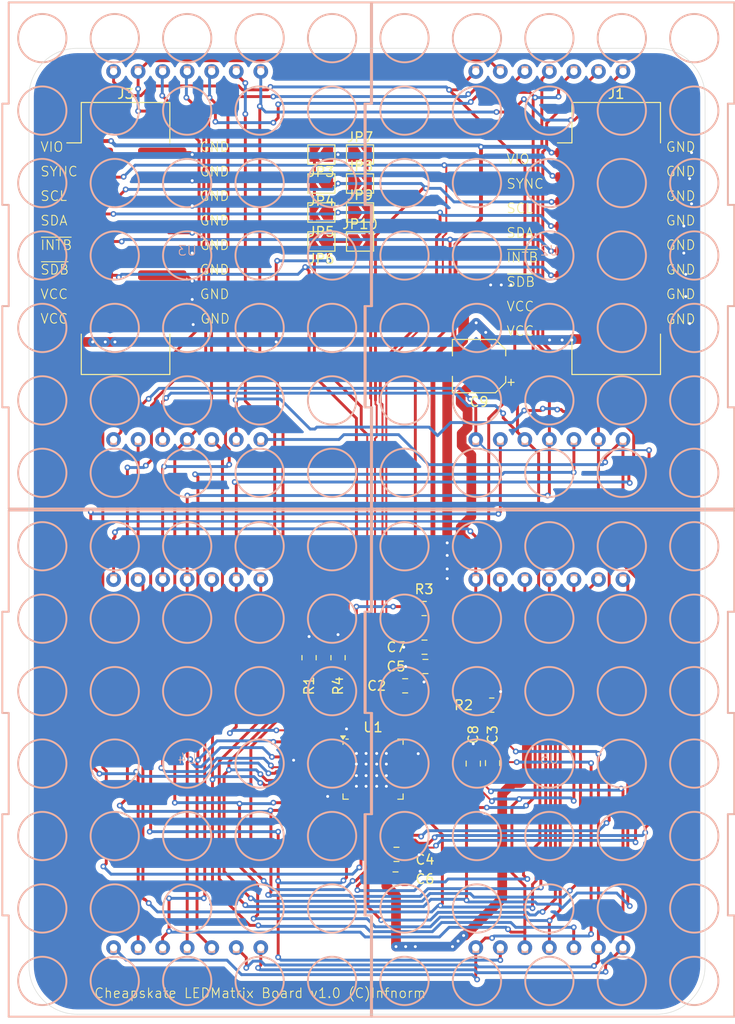
<source format=kicad_pcb>
(kicad_pcb (version 20240108) (generator "pcbnew") (generator_version "8.0")
  (layers (0 "F.Cu" signal) (31 "B.Cu" signal) (34 "B.Paste" user) (35 "F.Paste" user) (36 "B.SilkS" user "B.Silkscreen") (37 "F.SilkS" user "F.Silkscreen") (38 "B.Mask" user) (39 "F.Mask" user) (44 "Edge.Cuts" user))
  (net 0 "")
  (net 1 "GND")
  (net 2 "/VIO")
  (net 3 "/VCC")
  (net 4 "Net-(U1-IICRST)")
  (net 5 "/ISET")
  (net 6 "/~{INTB}")
  (net 7 "/~{SDB}")
  (net 8 "/SW8")
  (net 10 "/ADDR1")
  (net 11 "/SW4")
  (net 12 "/SW2")
  (net 13 "/SW6")
  (net 14 "/CS5")
  (net 15 "/CS12")
  (net 16 "/CS1")
  (net 17 "/CS2")
  (net 18 "/SW9")
  (net 19 "/ADDR2")
  (net 20 "/SW7")
  (net 21 "/CS10")
  (net 22 "/SDA")
  (net 23 "/CS13")
  (net 24 "/CS4")
  (net 25 "/CS15")
  (net 26 "/SW1")
  (net 27 "/SCL")
  (net 28 "/SYNC")
  (net 29 "/CS6")
  (net 30 "/CS11")
  (net 31 "/SW10")
  (net 32 "/CS8")
  (net 33 "/CS16")
  (net 35 "/CS14")
  (net 36 "/SW11")
  (net 37 "/CS7")
  (net 38 "/SW5")
  (net 39 "/SW3")
  (net 40 "/CS3")
  (net 41 "/CS9")
  (net 42 "/SW12")
  (footprint "Jumper:SolderJumper-2_P1.3mm_Open_TrianglePad1.0x1.5mm" (layer "F.Cu") (at 100.275001 57 180)
    (property "Reference" "JP5")
    (property "Value" "SolderJumper_2_Open")
  )
  (footprint "Capacitor_SMD:C_0805_2012Metric" (layer "F.Cu") (at 118 114 90)
    (property "Reference" "C3")
    (property "Value" ".47uF")
  )
  (footprint "Capacitor_SMD:C_0805_2012Metric" (layer "F.Cu") (at 108.95 106)
    (property "Reference" "C2")
    (property "Value" ".47uF")
  )
  (footprint "Capacitor_SMD:C_0805_2012Metric" (layer "F.Cu") (at 108.050001 123.449999)
    (property "Reference" "C4")
    (property "Value" ".47uF")
  )
  (footprint "Capacitor_SMD:C_0805_2012Metric" (layer "F.Cu") (at 107.949999 126)
    (property "Reference" "C6")
    (property "Value" ".1uF")
  )
  (footprint "Resistor_SMD:R_0805_2012Metric" (layer "F.Cu") (at 117.9125 108)
    (property "Reference" "R2")
    (property "Value" "20k")
  )
  (footprint "Package_DFN_QFN:QFN-48-1EP_6x6mm_P0.4mm_EP4.2x4.2mm" (layer "F.Cu") (at 105.625 114.625)
    (property "Reference" "U1")
    (property "Value" "IS31FL3733-TQ")
  )
  (footprint "Resistor_SMD:R_0805_2012Metric" (layer "F.Cu") (at 110.9125 98 180)
    (property "Reference" "R3")
    (property "Value" "100k")
  )
  (footprint "Resistor_SMD:R_0805_2012Metric" (layer "F.Cu") (at 99 103.0875 90)
    (property "Reference" "R1")
    (property "Value" "100k")
  )
  (footprint "Capacitor_SMD:C_0805_2012Metric" (layer "F.Cu") (at 111.050001 104 180)
    (property "Reference" "C5")
    (property "Value" ".47uF")
  )
  (footprint "Capacitor_SMD:C_0805_2012Metric" (layer "F.Cu") (at 116 114.050001 90)
    (property "Reference" "C8")
    (property "Value" ".1uF")
  )
  (footprint "Jumper:SolderJumper-2_P1.3mm_Open_TrianglePad1.0x1.5mm" (layer "F.Cu") (at 100.275 54 180)
    (property "Reference" "JP4")
    (property "Value" "SolderJumper_2_Open")
  )
  (footprint "Jumper:SolderJumper-2_P1.3mm_Open_TrianglePad1.0x1.5mm" (layer "F.Cu") (at 104.275001 51)
    (property "Reference" "JP7")
    (property "Value" "SolderJumper_2_Open")
  )
  (footprint "Capacitor_SMD:C_0805_2012Metric" (layer "F.Cu") (at 110.949999 102 180)
    (property "Reference" "C7")
    (property "Value" ".1uF")
  )
  (footprint "Jumper:SolderJumper-2_P1.3mm_Open_TrianglePad1.0x1.5mm" (layer "F.Cu") (at 100.275 60 180)
    (property "Reference" "JP6")
    (property "Value" "SolderJumper_2_Open")
  )
  (footprint "Capacitor_SMD:CP_Elec_5x5.3" (layer "F.Cu") (at 116.6 72.9 180)
    (property "Reference" "C9")
    (property "Value" "22uF")
  )
  (footprint "Jumper:SolderJumper-2_P1.3mm_Open_TrianglePad1.0x1.5mm" (layer "F.Cu") (at 104.275 54)
    (property "Reference" "JP8")
    (property "Value" "SolderJumper_2_Open")
  )
  (footprint "Jumper:SolderJumper-2_P1.3mm_Open_TrianglePad1.0x1.5mm" (layer "F.Cu") (at 100.275001 51 180)
    (property "Reference" "JP3")
    (property "Value" "SolderJumper_2_Open")
  )
  (footprint "Connector_IDC:IDC-Header_2x08_P2.54mm_Vertical_SMD" (layer "F.Cu") (at 130.8 59.69)
    (property "Reference" "J1")
    (property "Value" "Conn_02x08_Odd_Even")
  )
  (footprint "Resistor_SMD:R_0805_2012Metric" (layer "F.Cu") (at 102 103.0875 90)
    (property "Reference" "R4")
    (property "Value" "100k")
  )
  (footprint "Jumper:SolderJumper-2_P1.3mm_Open_TrianglePad1.0x1.5mm" (layer "F.Cu") (at 104.275001 60)
    (property "Reference" "JP10")
    (property "Value" "SolderJumper_2_Open")
  )
  (footprint "Connector_IDC:IDC-Header_2x08_P2.54mm_Vertical_SMD" (layer "F.Cu") (at 80 59.69)
    (property "Reference" "J3")
    (property "Value" "Conn_02x08_Odd_Even")
  )
  (footprint "Jumper:SolderJumper-2_P1.3mm_Open_TrianglePad1.0x1.5mm" (layer "F.Cu") (at 104.275001 57)
    (property "Reference" "JP9")
    (property "Value" "SolderJumper_2_Open")
  )
  (footprint "led:LPTL21157AGBW2" (layer "B.Cu") (at 123.88 61.45 180)
    (property "Reference" "U2")
    (property "Value" "~")
  )
  (footprint "led:LPTL21157AGBW2" (layer "B.Cu") (at 123.88 114.05 180)
    (property "Reference" "U5")
    (property "Value" "~")
  )
  (footprint "led:LPTL21157AGBW2" (layer "B.Cu") (at 86.38 61.45 180)
    (property "Reference" "U3")
    (property "Value" "~")
  )
  (footprint "led:LPTL21157AGBW2" (layer "B.Cu") (at 86.38 114.05 180)
    (property "Reference" "U4")
    (property "Value" "~")
  )
  (gr_line (start 75 140) (end 135 140) (stroke (width 0.05)) (layer "Edge.Cuts"))
  (gr_arc (start 140 135) (mid 138.535534 138.535534) (end 135 140) (stroke (width 0.05)) (layer "Edge.Cuts"))
  (gr_line (start 70 45) (end 70 135) (stroke (width 0.05)) (layer "Edge.Cuts"))
  (gr_arc (start 70 45) (mid 71.464466 41.464466) (end 75 40) (stroke (width 0.05)) (layer "Edge.Cuts"))
  (gr_arc (start 75 140) (mid 71.464466 138.535534) (end 70 135) (stroke (width 0.05)) (layer "Edge.Cuts"))
  (gr_arc (start 135 40) (mid 138.535534 41.464466) (end 140 45) (stroke (width 0.05)) (layer "Edge.Cuts"))
  (gr_line (start 75 40) (end 135 40) (stroke (width 0.05)) (layer "Edge.Cuts"))
  (gr_line (start 140 45) (end 140 135) (stroke (width 0.05)) (layer "Edge.Cuts"))
  (gr_text "GND" (at 135.886417 68.630367 0) (layer "F.SilkS") (effects (font (size 1 1) (thickness 0.1)) (justify left bottom)))
  (gr_text "SDA" (at 71.12 58.42 0) (layer "F.SilkS") (effects (font (size 1 1) (thickness 0.1)) (justify left bottom)))
  (gr_text "GND" (at 87.63 55.88 0) (layer "F.SilkS") (effects (font (size 1 1) (thickness 0.1)) (justify left bottom)))
  (gr_text "GND" (at 135.89 66.04 0) (layer "F.SilkS") (effects (font (size 1 1) (thickness 0.1)) (justify left bottom)))
  (gr_text "~{INTB}" (at 119.38 62.23 0) (layer "F.SilkS") (effects (font (size 1 1) (thickness 0.1)) (justify left bottom)))
  (gr_text "VCC" (at 71.12 68.58 0) (layer "F.SilkS") (effects (font (size 1 1) (thickness 0.1)) (justify left bottom)))
  (gr_text "GND" (at 87.679937 68.57957 0) (layer "F.SilkS") (effects (font (size 1 1) (thickness 0.1)) (justify left bottom)))
  (gr_text "GND" (at 135.89 58.42 0) (layer "F.SilkS") (effects (font (size 1 1) (thickness 0.1)) (justify left bottom)))
  (gr_text "GND" (at 87.63 58.42 0) (layer "F.SilkS") (effects (font (size 1 1) (thickness 0.1)) (justify left bottom)))
  (gr_text "GND" (at 135.89 60.96 0) (layer "F.SilkS") (effects (font (size 1 1) (thickness 0.1)) (justify left bottom)))
  (gr_text "SYNC" (at 71.12 53.34 0) (layer "F.SilkS") (effects (font (size 1 1) (thickness 0.1)) (justify left bottom)))
  (gr_text "GND" (at 135.89 55.88 0) (layer "F.SilkS") (effects (font (size 1 1) (thickness 0.1)) (justify left bottom)))
  (gr_text "SCL" (at 71.12 55.88 0) (layer "F.SilkS") (effects (font (size 1 1) (thickness 0.1)) (justify left bottom)))
  (gr_text "GND" (at 87.63 66.04 0) (layer "F.SilkS") (effects (font (size 1 1) (thickness 0.1)) (justify left bottom)))
  (gr_text "VCC" (at 119.38 67.31 0) (layer "F.SilkS") (effects (font (size 1 1) (thickness 0.1)) (justify left bottom)))
  (gr_text "~{SDB}" (at 71.12 63.5 0) (layer "F.SilkS") (effects (font (size 1 1) (thickness 0.1)) (justify left bottom)))
  (gr_text "GND" (at 135.89 63.5 0) (layer "F.SilkS") (effects (font (size 1 1) (thickness 0.1)) (justify left bottom)))
  (gr_text "Cheapskate LEDMatrix Board v1.0 (C)Infnorm " (at 76.7 138.4 0) (layer "F.SilkS") (effects (font (size 1 1) (thickness 0.1)) (justify left bottom)))
  (gr_text "~{SDB}" (at 119.38 64.77 0) (layer "F.SilkS") (effects (font (size 1 1) (thickness 0.1)) (justify left bottom)))
  (gr_text "GND" (at 135.89 53.34 0) (layer "F.SilkS") (effects (font (size 1 1) (thickness 0.1)) (justify left bottom)))
  (gr_text "GND" (at 87.63 63.5 0) (layer "F.SilkS") (effects (font (size 1 1) (thickness 0.1)) (justify left bottom)))
  (gr_text "GND" (at 87.63 60.96 0) (layer "F.SilkS") (effects (font (size 1 1) (thickness 0.1)) (justify left bottom)))
  (gr_text "SDA" (at 119.38 59.69 0) (layer "F.SilkS") (effects (font (size 1 1) (thickness 0.1)) (justify left bottom)))
  (gr_text "GND" (at 87.63 53.34 0) (layer "F.SilkS") (effects (font (size 1 1) (thickness 0.1)) (justify left bottom)))
  (gr_text "SYNC" (at 119.38 54.61 0) (layer "F.SilkS") (effects (font (size 1 1) (thickness 0.1)) (justify left bottom)))
  (gr_text "GND" (at 87.63 50.8 0) (layer "F.SilkS") (effects (font (size 1 1) (thickness 0.1)) (justify left bottom)))
  (gr_text "VCC" (at 71.12 66.04 0) (layer "F.SilkS") (effects (font (size 1 1) (thickness 0.1)) (justify left bottom)))
  (gr_text "VCC" (at 119.38 69.85 0) (layer "F.SilkS") (effects (font (size 1 1) (thickness 0.1)) (justify left bottom)))
  (gr_text "VIO" (at 71.12 50.8 0) (layer "F.SilkS") (effects (font (size 1 1) (thickness 0.1)) (justify left bottom)))
  (gr_text "~{INTB}" (at 71.12 60.96 0) (layer "F.SilkS") (effects (font (size 1 1) (thickness 0.1)) (justify left bottom)))
  (gr_text "VIO" (at 119.38 52.07 0) (layer "F.SilkS") (effects (font (size 1 1) (thickness 0.1)) (justify left bottom)))
  (gr_text "SCL" (at 119.38 57.15 0) (layer "F.SilkS") (effects (font (size 1 1) (thickness 0.1)) (justify left bottom)))
  (gr_text "GND" (at 135.89 50.8 0) (layer "F.SilkS") (effects (font (size 1 1) (thickness 0.1)) (justify left bottom)))
  (segment (start 86.54 53.34) (end 86.9 53.7) (width 0.3) (layer "F.Cu") (net 1))
  (segment (start 86.98 68.58) (end 87 68.6) (width 0.4) (layer "F.Cu") (net 1))
  (segment (start 110.100002 104) (end 109 104) (width 0.5) (layer "F.Cu") (net 1))
  (segment (start 118.9 64.5) (end 119.9 64.5) (width 1) (layer "F.Cu") (net 1))
  (segment (start 117.8 64.5) (end 118.9 64.5) (width 1) (layer "F.Cu") (net 1))
  (segment (start 114.4 70.79203) (end 114.4 72.9) (width 1) (layer "F.Cu") (net 1))
  (segment (start 115.05 68.542031) (end 114.95 68.64203) (width 1) (layer "F.Cu") (net 1))
  (segment (start 138.32 68.58) (end 138.4 68.5) (width 0.3) (layer "F.Cu") (net 1))
  (segment (start 109.7875 112.875) (end 109.4375 113.225) (width 0.2) (layer "F.Cu") (net 1))
  (segment (start 114.95 68.64203) (end 114.95 70.242031) (width 1) (layer "F.Cu") (net 1))
  (segment (start 83.8 58.42) (end 84.48 59.1) (width 0.3) (layer "F.Cu") (net 1))
  (segment (start 137.66 66.04) (end 138 65.7) (width 0.3) (layer "F.Cu") (net 1))
  (segment (start 86.66 60.96) (end 86.9 61.2) (width 0.3) (layer "F.Cu") (net 1))
  (segment (start 134.6 68.58) (end 138.32 68.58) (width 0.3) (layer "F.Cu") (net 1))
  (segment (start 110.100002 104) (end 110.100002 102.100002) (width 0.5) (layer "F.Cu") (net 1))
  (segment (start 134.6 50.8) (end 138.6 50.8) (width 0.3) (layer "F.Cu") (net 1))
  (segment (start 114.4 72.9) (end 113.3 74) (width 1) (layer "F.Cu") (net 1))
  (segment (start 109.7 126) (end 110.5 125.2) (width 0.5) (layer "F.Cu") (net 1))
  (segment (start 109.4375 113.225) (end 108.575 113.225) (width 0.2) (layer "F.Cu") (net 1))
  (segment (start 102 102.175) (end 102 100.7) (width 0.3) (layer "F.Cu") (net 1))
  (segment (start 86.86 66.04) (end 86.9 66) (width 0.4) (layer "F.Cu") (net 1))
  (segment (start 113.3 93.9) (end 113.3 92.50001) (width 1) (layer "F.Cu") (net 1))
  (segment (start 102.675 114.025) (end 97.725 114.025) (width 0.2) (layer "F.Cu") (net 1))
  (segment (start 110.100002 102.100002) (end 110 102) (width 0.5) (layer "F.Cu") (net 1))
  (segment (start 109 123.449999) (end 110.349999 123.449999) (width 0.5) (layer "F.Cu") (net 1))
  (segment (start 83.8 60.96) (end 86.66 60.96) (width 0.3) (layer "F.Cu") (net 1))
  (segment (start 103.425 111.675) (end 103.425 111.319326) (width 0.2) (layer "F.Cu") (net 1))
  (segment (start 137.9 63.5) (end 138 63.4) (width 0.3) (layer "F.Cu") (net 1))
  (segment (start 117.949999 113.100002) (end 118 113.050001) (width 0.4) (layer "F.Cu") (net 1))
  (segment (start 109 125.899998) (end 108.899998 126) (width 0.5) (layer "F.Cu") (net 1))
  (segment (start 113.3 93.9) (end 113.3 94.9) (width 1) (layer "F.Cu") (net 1))
  (segment (start 137.78 58.42) (end 137.8 58.4) (width 0.3) (layer "F.Cu") (net 1))
  (segment (start 118.825 108) (end 118.825 106.6) (width 0.3) (layer "F.Cu") (net 1))
  (segment (start 137.56 60.96) (end 137.8 61.2) (width 0.3) (layer "F.Cu") (net 1))
  (segment (start 109.7875 112.875) (end 110.15 112.875) (width 0.3) (layer "F.Cu") (net 1))
  (segment (start 109.9 106) (end 110.499996 106) (width 0.4) (layer "F.Cu") (net 1))
  (segment (start 114.85 70.34203) (end 114.4 70.79203) (width 1) (layer "F.Cu") (net 1))
  (segment (start 118 113.050001) (end 118 111.9) (width 0.5) (layer "F.Cu") (net 1))
  (segment (start 102.875 110.769326) (end 102.875 110.4625) (width 0.2) (layer "F.Cu") (net 1))
  (segment (start 113.3 74) (end 113.3 91.2) (width 1) (layer "F.Cu") (net 1))
  (segment (start 102.675 116.825) (end 101.475 116.825) (width 0.2) (layer "F.Cu") (net 1))
  (segment (start 134.6 60.96) (end 137.56 60.96) (width 0.3) (layer "F.Cu") (net 1))
  (segment (start 109 123.449999) (end 109 125.899998) (width 0.5) (layer "F.Cu") (net 1))
  (segment (start 134.6 66.04) (end 137.66 66.04) (width 0.3) (layer "F.Cu") (net 1))
  (segment (start 116 112.00001) (end 115.999995 112.000005) (width 0.5) (layer "F.Cu") (net 1))
  (segment (start 134.6 58.42) (end 137.78 58.42) (width 0.3) (layer "F.Cu") (net 1))
  (segment (start 116 113.100002) (end 116 112.00001) (width 0.5) (layer "F.Cu") (net 1))
  (segment (start 114.95 70.242031) (end 114.85 70.34203) (width 1) (layer "F.Cu") (net 1))
  (segment (start 117.8 64.5) (end 117.8 64.802944) (width 1) (layer "F.Cu") (net 1))
  (segment (start 86.7 50.8) (end 86.9 51) (width 0.3) (layer "F.Cu") (net 1))
  (segment (start 83.8 63.5) (end 86.3 63.5) (width 0.3) (layer "F.Cu") (net 1))
  (segment (start 115.05 67.552944) (end 115.05 68.542031) (width 1) (layer "F.Cu") (net 1))
  (segment (start 83.8 55.88) (end 86.48 55.88) (width 0.3) (layer "F.Cu") (net 1))
  (segment (start 103.425 111.319326) (end 102.875 110.769326) (width 0.2) (layer "F.Cu") (net 1))
  (segment (start 138.24 53.34) (end 138.4 53.5) (width 0.3) (layer "F.Cu") (net 1))
  (segment (start 113.3 91.2) (end 113.3 92.50001) (width 1) (layer "F.Cu") (net 1))
  (segment (start 134.6 55.88) (end 138.38 55.88) (width 0.3) (layer "F.Cu") (net 1))
  (segment (start 110.349999 123.449999) (end 110.4 123.5) (width 0.5) (layer "F.Cu") (net 1))
  (segment (start 138.38 55.88) (end 138.6 56.1) (width 0.3) (layer "F.Cu") (net 1))
  (segment (start 83.8 68.58) (end 86.98 68.58) (width 0.4) (layer "F.Cu") (net 1))
  (segment (start 117.8 64.802944) (end 115.05 67.552944) (width 1) (layer "F.Cu") (net 1))
  (segment (start 83.8 53.34) (end 86.54 53.34) (width 0.3) (layer "F.Cu") (net 1))
  (segment (start 84.48 59.1) (end 86.9 59.1) (width 0.3) (layer "F.Cu") (net 1))
  (segment (start 83.8 50.8) (end 86.7 50.8) (width 0.3) (layer "F.Cu") (net 1))
  (segment (start 134.6 53.34) (end 138.24 53.34) (width 0.3) (layer "F.Cu") (net 1))
  (segment (start 99 102.175) (end 99 100.9) (width 0.3) (layer "F.Cu") (net 1))
  (segment (start 83.8 66.04) (end 86.86 66.04) (width 0.4) (layer "F.Cu") (net 1))
  (segment (start 101 51) (end 103.550002 51) (width 0.3) (layer "F.Cu") (net 1))
  (segment (start 101.475 116.825) (end 100.9 117.4) (width 0.2) (layer "F.Cu") (net 1))
  (segment (start 134.6 63.5) (end 137.9 63.5) (width 0.3) (layer "F.Cu") (net 1))
  (segment (start 108.899998 126) (end 109.7 126) (width 0.5) (layer "F.Cu") (net 1))
  (segment (start 116 113.100002) (end 117.949999 113.100002) (width 0.4) (layer "F.Cu") (net 1))
  (segment (start 110 102) (end 108.8 102) (width 0.5) (layer "F.Cu") (net 1))
  (segment (start 86.3 63.5) (end 86.9 64.1) (width 0.3) (layer "F.Cu") (net 1))
  (segment (start 110.15 112.875) (end 110.3 113.025) (width 0.3) (layer "F.Cu") (net 1))
  (segment (start 110.499996 106) (end 110.899996 105.6) (width 0.4) (layer "F.Cu") (net 1))
  (segment (start 97.575 113.875) (end 97.4 113.7) (width 0.3) (layer "F.Cu") (net 1))
  (segment (start 86.48 55.88) (end 86.9 56.3) (width 0.3) (layer "F.Cu") (net 1))
  (via (at 106 115.3) (size 0.6) (drill 0.3) (layers "F.Cu" "B.Cu") (net 1))
  (via (at 110.5 125.2) (size 0.6) (drill 0.3) (layers "F.Cu" "B.Cu") (net 1))
  (via (at 118 111.9) (size 0.6) (drill 0.3) (layers "F.Cu" "B.Cu") (net 1))
  (via (at 86.9 64.1) (size 0.6) (drill 0.3) (layers "F.Cu" "B.Cu") (net 1))
  (via (at 138 63.4) (size 0.6) (drill 0.3) (layers "F.Cu" "B.Cu") (net 1))
  (via (at 109 104) (size 0.6) (drill 0.3) (layers "F.Cu" "B.Cu") (net 1))
  (via (at 107 115.3) (size 0.6) (drill 0.3) (layers "F.Cu" "B.Cu") (net 1))
  (via (at 103.9 114.1) (size 0.6) (drill 0.3) (layers "F.Cu" "B.Cu") (net 1))
  (via (at 103.9 116.4) (size 0.6) (drill 0.3) (layers "F.Cu" "B.Cu") (net 1))
  (via (at 107 114.1) (size 0.6) (drill 0.3) (layers "F.Cu" "B.Cu") (net 1))
  (via (at 138.4 53.5) (size 0.6) (drill 0.3) (layers "F.Cu" "B.Cu") (net 1))
  (via (at 110.899996 105.6) (size 0.6) (drill 0.3) (layers "F.Cu" "B.Cu") (net 1))
  (via (at 97.4 113.7) (size 0.6) (drill 0.3) (layers "F.Cu" "B.Cu") (net 1))
  (via (at 117.8 64.5) (size 0.6) (drill 0.3) (layers "F.Cu" "B.Cu") (net 1))
  (via (at 104.9 113) (size 0.6) (drill 0.3) (layers "F.Cu" "B.Cu") (net 1))
  (via (at 86.9 59.1) (size 0.6) (drill 0.3) (layers "F.Cu" "B.Cu") (net 1))
  (via (at 102 51) (size 0.6) (drill 0.3) (layers "F.Cu" "B.Cu") (net 1))
  (via (at 118.9 64.5) (size 0.6) (drill 0.3) (layers "F.Cu" "B.Cu") (net 1))
  (via (at 86.9 61.2) (size 0.6) (drill 0.3) (layers "F.Cu" "B.Cu") (net 1))
  (via (at 113.3 93.9) (size 0.6) (drill 0.3) (layers "F.Cu" "B.Cu") (net 1))
  (via (at 115.999995 112.000005) (size 0.6) (drill 0.3) (layers "F.Cu" "B.Cu") (net 1))
  (via (at 86.9 51) (size 0.6) (drill 0.3) (layers "F.Cu" "B.Cu") (net 1))
  (via (at 137.8 58.4) (size 0.6) (drill 0.3) (layers "F.Cu" "B.Cu") (net 1))
  (via (at 86.9 53.7) (size 0.6) (drill 0.3) (layers "F.Cu" "B.Cu") (net 1))
  (via (at 113.3 94.9) (size 0.6) (drill 0.3) (layers "F.Cu" "B.Cu") (net 1))
  (via (at 107 113) (size 0.6) (drill 0.3) (layers "F.Cu" "B.Cu") (net 1))
  (via (at 103.9 113) (size 0.6) (drill 0.3) (layers "F.Cu" "B.Cu") (net 1))
  (via (at 110.4 123.5) (size 0.6) (drill 0.3) (layers "F.Cu" "B.Cu") (net 1))
  (via (at 110.3 113.025) (size 0.6) (drill 0.3) (layers "F.Cu" "B.Cu") (net 1))
  (via (at 103.9 115.3) (size 0.6) (drill 0.3) (layers "F.Cu" "B.Cu") (net 1))
  (via (at 137.8 61.2) (size 0.6) (drill 0.3) (layers "F.Cu" "B.Cu") (net 1))
  (via (at 138.4 68.5) (size 0.6) (drill 0.3) (layers "F.Cu" "B.Cu") (net 1))
  (via (at 138.6 50.8) (size 0.6) (drill 0.3) (layers "F.Cu" "B.Cu") (net 1))
  (via (at 138.6 56.1) (size 0.6) (drill 0.3) (layers "F.Cu" "B.Cu") (net 1))
  (via (at 106 116.4) (size 0.6) (drill 0.3) (layers "F.Cu" "B.Cu") (net 1))
  (via (at 113.3 91.2) (size 0.6) (drill 0.3) (layers "F.Cu" "B.Cu") (net 1))
  (via (at 118.825 106.6) (size 0.6) (drill 0.3) (layers "F.Cu" "B.Cu") (net 1))
  (via (at 102.875001 110.462502) (size 0.6) (drill 0.3) (layers "F.Cu" "B.Cu") (net 1))
  (via (at 104.9 115.3) (size 0.6) (drill 0.3) (layers "F.Cu" "B.Cu") (net 1))
  (via (at 87 68.6) (size 0.6) (drill 0.3) (layers "F.Cu" "B.Cu") (net 1))
  (via (at 86.9 66) (size 0.6) (drill 0.3) (layers "F.Cu" "B.Cu") (net 1))
  (via (at 138 65.7) (size 0.6) (drill 0.3) (layers "F.Cu" "B.Cu") (net 1))
  (via (at 107 116.4) (size 0.6) (drill 0.3) (layers "F.Cu" "B.Cu") (net 1))
  (via (at 119.9 64.5) (size 0.6) (drill 0.3) (layers "F.Cu" "B.Cu") (net 1))
  (via (at 99 100.9) (size 0.6) (drill 0.3) (layers "F.Cu" "B.Cu") (net 1))
  (via (at 104.9 116.4) (size 0.6) (drill 0.3) (layers "F.Cu" "B.Cu") (net 1))
  (via (at 106 114.1) (size 0.6) (drill 0.3) (layers "F.Cu" "B.Cu") (net 1))
  (via (at 100.92616 117.449382) (size 0.6) (drill 0.3) (layers "F.Cu" "B.Cu") (net 1))
  (via (at 86.9 56.3) (size 0.6) (drill 0.3) (layers "F.Cu" "B.Cu") (net 1))
  (via (at 104.9 114.1) (size 0.6) (drill 0.3) (layers "F.Cu" "B.Cu") (net 1))
  (via (at 113.3 92.50001) (size 0.6) (drill 0.3) (layers "F.Cu" "B.Cu") (net 1))
  (via (at 108.8 102) (size 0.6) (drill 0.3) (layers "F.Cu" "B.Cu") (net 1))
  (via (at 102 100.7) (size 0.6) (drill 0.3) (layers "F.Cu" "B.Cu") (net 1))
  (via (at 106 113) (size 0.6) (drill 0.3) (layers "F.Cu" "B.Cu") (net 1))
  (segment (start 113.3 94.9) (end 113.3 93.9) (width 1) (layer "B.Cu") (net 1))
  (segment (start 113.3 93.9) (end 113.3 92.50001) (width 1) (layer "B.Cu") (net 1))
  (segment (start 113.3 92.50001) (end 113.3 91.2) (width 1) (layer "B.Cu") (net 1))
  (segment (start 114 69.848528) (end 114 65.848528) (width 0.5) (layer "F.Cu") (net 2))
  (segment (start 124.1 50.8) (end 127 50.8) (width 0.4) (layer "F.Cu") (net 2))
  (segment (start 107.375 110.4625) (end 107.375 106.625) (width 0.3) (layer "F.Cu") (net 2))
  (segment (start 107.025 110.8125) (end 107.025 111.675) (width 0.2) (layer "F.Cu") (net 2))
  (segment (start 114.2 63.5) (end 114.160091 63.460091) (width 0.3) (layer "F.Cu") (net 2))
  (segment (start 114 65.848528) (end 114.2 65.648528) (width 0.5) (layer "F.Cu") (net 2))
  (segment (start 114.2 65.648528) (end 114.2 63.7) (width 0.5) (layer "F.Cu") (net 2))
  (segment (start 109.3 99.8) (end 110.025 99.8) (width 0.3) (layer "F.Cu") (net 2))
  (segment (start 107.375 110.4625) (end 107.025 110.8125) (width 0.2) (layer "F.Cu") (net 2))
  (segment (start 108 106) (end 108 101.1) (width 0.3) (layer "F.Cu") (net 2))
  (segment (start 111.825 98) (end 111.825 72.023528) (width 0.5) (layer "F.Cu") (net 2))
  (segment (start 108 101.1) (end 109.3 99.8) (width 0.3) (layer "F.Cu") (net 2))
  (segment (start 116.8 50.2) (end 116.8 57.660661) (width 0.4) (layer "F.Cu") (net 2))
  (segment (start 116.8 57.660661) (end 114.160091 60.30057) (width 0.4) (layer "F.Cu") (net 2))
  (segment (start 111.825 72.023528) (end 114 69.848528) (width 0.5) (layer "F.Cu") (net 2))
  (segment (start 78.5 49.6) (end 77.4 49.6) (width 0.4) (layer "F.Cu") (net 2))
  (segment (start 114.160091 60.30057) (end 114.160091 63.460091) (width 0.4) (layer "F.Cu") (net 2))
  (segment (start 114.2 63.7) (end 114.2 63.5) (width 0.3) (layer "F.Cu") (net 2))
  (segment (start 110.025 99.8) (end 111.825 98) (width 0.3) (layer "F.Cu") (net 2))
  (segment (start 107.375 106.625) (end 108 106) (width 0.3) (layer "F.Cu") (net 2))
  (segment (start 77.4 49.6) (end 76.2 50.8) (width 0.4) (layer "F.Cu") (net 2))
  (via (at 124.1 50.8) (size 0.6) (drill 0.3) (layers "F.Cu" "B.Cu") (net 2))
  (via (at 116.8 50.2) (size 0.6) (drill 0.3) (layers "F.Cu" "B.Cu") (net 2))
  (via (at 78.5 49.6) (size 0.6) (drill 0.3) (layers "F.Cu" "B.Cu") (net 2))
  (segment (start 116.8 50.2) (end 116.733954 50.266046) (width 0.4) (layer "B.Cu") (net 2))
  (segment (start 78.95 50.05) (end 78.5 49.6) (width 0.4) (layer "B.Cu") (net 2))
  (segment (start 123.5 50.2) (end 124.1 50.8) (width 0.4) (layer "B.Cu") (net 2))
  (segment (start 116.65 50.05) (end 116.8 50.2) (width 0.4) (layer "B.Cu") (net 2))
  (segment (start 78.95 50.05) (end 116.65 50.05) (width 0.4) (layer "B.Cu") (net 2))
  (segment (start 116.8 50.2) (end 123.5 50.2) (width 0.4) (layer "B.Cu") (net 2))
  (segment (start 100.999999 61.999999) (end 101 62) (width 0.3) (layer "F.Cu") (net 3))
  (segment (start 114.5 91.697056) (end 114.5 99.297056) (width 1) (layer "F.Cu") (net 3))
  (segment (start 117 101) (end 120.55 104.55) (width 1) (layer "F.Cu") (net 3))
  (segment (start 114.7 76.714214) (end 115.41 77.424214) (width 1) (layer "F.Cu") (net 3))
  (segment (start 121.55 115.394639) (end 120.883788 116.060851) (width 1) (layer "F.Cu") (net 3))
  (segment (start 100.999999 60) (end 103.550002 60) (width 0.3) (layer "F.Cu") (net 3))
  (segment (start 107 126) (end 107 126.725) (width 1) (layer "F.Cu") (net 3))
  (segment (start 118.8 72.9) (end 117.685786 72.9) (width 1) (layer "F.Cu") (net 3))
  (segment (start 108.4 109.1) (end 108.375 109.125) (width 0.3) (layer "F.Cu") (net 3))
  (segment (start 107.875 110.4625) (end 107.875 108.225) (width 0.3) (layer "F.Cu") (net 3))
  (segment (start 77.9 70.4) (end 78.9 70.4) (width 1) (layer "F.Cu") (net 3))
  (segment (start 114.7 89.585786) (end 114.7 90.414214) (width 1) (layer "F.Cu") (net 3))
  (segment (start 127 66.04) (end 130.44 66.04) (width 1) (layer "F.Cu") (net 3))
  (segment (start 113.05 108) (end 113.05 106.05) (width 0.3) (layer "F.Cu") (net 3))
  (segment (start 115.15 131.85) (end 119 128) (width 1) (layer "F.Cu") (net 3))
  (segment (start 107.425 111.075) (end 107.425 111.675) (width 0.2) (layer "F.Cu") (net 3))
  (segment (start 112.767879 115.3) (end 114 115.3) (width 0.2) (layer "F.Cu") (net 3))
  (segment (start 116.050001 114.949999) (end 116 115) (width 1) (layer "F.Cu") (net 3))
  (segment (start 106.375 122.724997) (end 107.100002 123.449999) (width 0.3) (layer "F.Cu") (net 3))
  (segment (start 119 128) (end 119 117.17543) (width 1) (layer "F.Cu") (net 3))
  (segment (start 77.9 70.4) (end 76.6 70.4) (width 1) (layer "F.Cu") (net 3))
  (segment (start 120.114579 116.060851) (end 119 117.17543) (width 1) (layer "F.Cu") (net 3))
  (segment (start 100.999999 60) (end 100.999999 61.999999) (width 0.3) (layer "F.Cu") (net 3))
  (segment (start 115.241421 90.955635) (end 114.5 91.697056) (width 1) (layer "F.Cu") (net 3))
  (segment (start 108.375 109.125) (end 108.375 110.4625) (width 0.3) (layer "F.Cu") (net 3))
  (segment (start 115.41 77.424214) (end 115.41 79.282419) (width 1) (layer "F.Cu") (net 3))
  (segment (start 112.25 108.8) (end 113.05 108) (width 0.3) (layer "F.Cu") (net 3))
  (segment (start 115 131.85) (end 115.15 131.85) (width 1) (layer "F.Cu") (net 3))
  (segment (start 110 133) (end 109 133) (width 1) (layer "F.Cu") (net 3))
  (segment (start 130.44 66.04) (end 130.5 66.1) (width 1) (layer "F.Cu") (net 3))
  (segment (start 95.6 70.4) (end 95.6 62.1) (width 0.3) (layer "F.Cu") (net 3))
  (segment (start 111.899998 102) (end 111.899998 103.899998) (width 0.5) (layer "F.Cu") (net 3))
  (segment (start 126.3 70.1) (end 126.2 70.2) (width 1) (layer "F.Cu") (net 3))
  (segment (start 114.3 115) (end 116 115) (width 0.5) (layer "F.Cu") (net 3))
  (segment (start 113.1 105.2) (end 116.202944 102.097056) (width 0.3) (layer "F.Cu") (net 3))
  (segment (start 107.875 108.225) (end 108.1 108) (width 0.3) (layer "F.Cu") (net 3))
  (segment (start 112 108.8) (end 112.25 108.8) (width 0.3) (layer "F.Cu") (net 3))
  (segment (start 108.1 108) (end 108.4 108) (width 0.3) (layer "F.Cu") (net 3))
  (segment (start 107.825 111.675) (end 107.825 111.0125) (width 0.2) (layer "F.Cu") (net 3))
  (segment (start 115.8 82.107581) (end 115.8 88.485786) (width 1) (layer "F.Cu") (net 3))
  (segment (start 114.7 90.414214) (end 115.241421 90.955635) (width 1) (layer "F.Cu") (net 3))
  (segment (start 76.14 66.1) (end 76.2 66.04) (width 1) (layer "F.Cu") (net 3))
  (segment (start 130.5 66.1) (end 130.5 68.5) (width 1) (layer "F.Cu") (net 3))
  (segment (start 113.1 106) (end 113.1 105.2) (width 0.3) (layer "F.Cu") (net 3))
  (segment (start 121.55 110) (end 121.55 115.394639) (width 1) (layer "F.Cu") (net 3))
  (segment (start 115.8 88.485786) (end 114.7 89.585786) (width 1) (layer "F.Cu") (net 3))
  (segment (start 112.899998 101) (end 116.202944 101) (width 0.3) (layer "F.Cu") (net 3))
  (segment (start 130.5 69.3) (end 129.7 70.1) (width 1) (layer "F.Cu") (net 3))
  (segment (start 116.3 68.417978) (end 117.291012 69.40899) (width 1) (layer "F.Cu") (net 3))
  (segment (start 106.225 122.574997) (end 106.375 122.724997) (width 0.2) (layer "F.Cu") (net 3))
  (segment (start 107.825 111.0125) (end 108.375 110.4625) (width 0.2) (layer "F.Cu") (net 3))
  (segment (start 76.18 68.6) (end 76.2 68.58) (width 1) (layer "F.Cu") (net 3))
  (segment (start 108.375 108.025) (end 108.4 108) (width 0.3) (layer "F.Cu") (net 3))
  (segment (start 120.883788 116.060851) (end 120.114579 116.060851) (width 1) (layer "F.Cu") (net 3))
  (segment (start 112 106.431371) (end 110.431371 108) (width 0.5) (layer "F.Cu") (net 3))
  (segment (start 114.5 99.297056) (end 116.202944 101) (width 1) (layer "F.Cu") (net 3))
  (segment (start 120.55 104.55) (end 120.55 109) (width 1) (layer "F.Cu") (net 3))
  (segment (start 118 114.949999) (end 116.050001 114.949999) (width 1) (layer "F.Cu") (net 3))
  (segment (start 118.8 72.9) (end 117.291012 71.391012) (width 1) (layer "F.Cu") (net 3))
  (segment (start 106.225 117.575) (end 106.225 122.574997) (width 0.2) (layer "F.Cu") (net 3))
  (segment (start 114.798 79.894419) (end 114.798 81.105581) (width 1) (layer "F.Cu") (net 3))
  (segment (start 114 115.3) (end 114.3 115) (width 0.5) (layer "F.Cu") (net 3))
  (segment (start 73 68.6) (end 73 66.1) (width 1) (layer "F.Cu") (net 3))
  (segment (start 95.6 62.1) (end 95.7 62) (width 0.3) (layer "F.Cu") (net 3))
  (segment (start 107.875 110.4625) (end 107.875 110.625) (width 0.2) (layer "F.Cu") (net 3))
  (segment (start 76.6 70.4) (end 73 70.4) (width 1) (layer "F.Cu") (net 3))
  (segment (start 73 68.6) (end 76.18 68.6) (width 1) (layer "F.Cu") (net 3))
  (segment (start 112.692879 115.225) (end 112.767879 115.3) (width 0.2) (layer "F.Cu") (net 3))
  (segment (start 120.55 109) (end 121.55 110) (width 1) (layer "F.Cu") (net 3))
  (segment (start 115 131.85) (end 113.85 133) (width 1) (layer "F.Cu") (net 3))
  (segment (start 73 70.4) (end 73 68.6) (width 1) (layer "F.Cu") (net 3))
  (segment (start 130.5 68.5) (end 130.42 68.58) (width 1) (layer "F.Cu") (net 3))
  (segment (start 130.42 68.58) (end 127 68.58) (width 1) (layer "F.Cu") (net 3))
  (segment (start 112 104) (end 112 106.431371) (width 0.5) (layer "F.Cu") (net 3))
  (segment (start 129.7 70.1) (end 126.3 70.1) (width 1) (layer "F.Cu") (net 3))
  (segment (start 107 126.725) (end 108 127.725) (width 1) (layer "F.Cu") (net 3))
  (segment (start 107.875 110.625) (end 107.425 111.075) (width 0.2) (layer "F.Cu") (net 3))
  (segment (start 114.798 81.105581) (end 115.8 82.107581) (width 1) (layer "F.Cu") (net 3))
  (segment (start 126.2 70.2) (end 124.112132 70.2) (width 1) (layer "F.Cu") (net 3))
  (segment (start 110.431371 108) (end 108.4 108) (width 0.5) (layer "F.Cu") (net 3))
  (segment (start 120.114579 116.060851) (end 119.003727 114.949999) (width 1) (layer "F.Cu") (net 3))
  (segment (start 73 66.1) (end 76.14 66.1) (width 1) (layer "F.Cu") (net 3))
  (segment (start 107.100002 123.449999) (end 107.100002 125.899998) (width 0.3) (layer "F.Cu") (net 3))
  (segment (start 109 133) (end 108 133) (width 1) (layer "F.Cu") (net 3))
  (segment (start 111.899998 102) (end 112.899998 101) (width 0.3) (layer "F.Cu") (net 3))
  (segment (start 117.685786 72.9) (end 114.7 75.885786) (width 1) (layer "F.Cu") (net 3))
  (segment (start 108.4 109.1) (end 111.7 109.1) (width 0.3) (layer "F.Cu") (net 3))
  (segment (start 116.202944 101) (end 117 101) (width 1) (layer "F.Cu") (net 3))
  (segment (start 116.202944 102.097056) (end 116.202944 101) (width 0.3) (layer "F.Cu") (net 3))
  (segment (start 115.41 79.282419) (end 114.798 79.894419) (width 1) (layer "F.Cu") (net 3))
  (segment (start 114.7 75.885786) (end 114.7 76.714214) (width 1) (layer "F.Cu") (net 3))
  (segment (start 117.291012 71.391012) (end 117.291012 69.40899) (width 1) (layer "F.Cu") (net 3))
  (segment (start 119.003727 114.949999) (end 118 114.949999) (width 1) (layer "F.Cu") (net 3))
  (segment (start 111.7 109.1) (end 112 108.8) (width 0.3) (layer "F.Cu") (net 3))
  (segment (start 108 127.725) (end 108 133) (width 1) (layer "F.Cu") (net 3))
  (segment (start 108.575 115.225) (end 112.692879 115.225) (width 0.2) (layer "F.Cu") (net 3))
  (segment (start 130.5 68.5) (end 130.5 69.3) (width 1) (layer "F.Cu") (net 3))
  (via (at 126.2 70.2) (size 0.6) (drill 0.3) (layers "F.Cu" "B.Cu") (net 3))
  (via (at 113.85 133) (size 0.6) (drill 0.3) (layers "F.Cu" "B.Cu") (net 3))
  (via (at 108 133) (size 0.6) (drill 0.3) (layers "F.Cu" "B.Cu") (net 3))
  (via (at 114.425 132.425) (size 0.6) (drill 0.3) (layers "F.Cu" "B.Cu") (net 3))
  (via (at 125.2 70.2) (size 0.6) (drill 0.3) (layers "F.Cu" "B.Cu") (net 3))
  (via (at 123.9 70.2) (size 0.6) (drill 0.3) (layers "F.Cu" "B.Cu") (net 3))
  (via (at 101 62) (size 0.6) (drill 0.3) (layers "F.Cu" "B.Cu") (net 3))
  (via (at 116.3 68.417978) (size 0.6) (drill 0.3) (layers "F.Cu" "B.Cu") (net 3))
  (via (at 95.7 62) (size 0.6) (drill 0.3) (layers "F.Cu" "B.Cu") (net 3))
  (via (at 115 131.85) (size 0.6) (drill 0.3) (layers "F.Cu" "B.Cu") (net 3))
  (via (at 77.9 70.4) (size 0.6) (drill 0.3) (layers "F.Cu" "B.Cu") (net 3))
  (via (at 109 133) (size 0.6) (drill 0.3) (layers "F.Cu" "B.Cu") (net 3))
  (via (at 76.6 70.4) (size 0.6) (drill 0.3) (layers "F.Cu" "B.Cu") (net 3))
  (via (at 78.9 70.4) (size 0.6) (drill 0.3) (layers "F.Cu" "B.Cu") (net 3))
  (via (at 110 133) (size 0.6) (drill 0.3) (layers "F.Cu" "B.Cu") (net 3))
  (via (at 117.291012 69.40899) (size 0.6) (drill 0.3) (layers "F.Cu" "B.Cu") (net 3))
  (via (at 95.6 70.4) (size 0.6) (drill 0.3) (layers "F.Cu" "B.Cu") (net 3))
  (segment (start 126.2 70.2) (end 125.2 70.2) (width 1) (layer "B.Cu") (net 3))
  (segment (start 101 62) (end 95.7 62) (width 0.3) (layer "B.Cu") (net 3))
  (segment (start 109 133) (end 110 133) (width 1) (layer "B.Cu") (net 3))
  (segment (start 113.85 133) (end 114.425 132.425) (width 1) (layer "B.Cu") (net 3))
  (segment (start 125.2 70.2) (end 123.9 70.2) (width 1) (layer "B.Cu") (net 3))
  (segment (start 110 133) (end 113.85 133) (width 1) (layer "B.Cu") (net 3))
  (segment (start 118.082022 70.2) (end 116.3 68.417978) (width 1) (layer "B.Cu") (net 3))
  (segment (start 114.425 132.425) (end 115 131.85) (width 1) (layer "B.Cu") (net 3))
  (segment (start 108 133) (end 110 133) (width 1) (layer "B.Cu") (net 3))
  (segment (start 76.6 70.4) (end 77.9 70.4) (width 1) (layer "B.Cu") (net 3))
  (segment (start 123.9 70.2) (end 118.082022 70.2) (width 1) (layer "B.Cu") (net 3))
  (segment (start 78.9 70.4) (end 114.317978 70.4) (width 1) (layer "B.Cu") (net 3))
  (segment (start 114.317978 70.4) (end 116.3 68.417978) (width 1) (layer "B.Cu") (net 3))
  (segment (start 103.825 108.825) (end 103.825 111.675) (width 0.2) (layer "F.Cu") (net 4))
  (segment (start 99 104) (end 103.825 108.825) (width 0.2) (layer "F.Cu") (net 4))
  (segment (start 109.651104 112.375) (end 112.025 112.375) (width 0.2) (layer "F.Cu") (net 5))
  (segment (start 108.575 112.825) (end 109.201104 112.825) (width 0.2) (layer "F.Cu") (net 5))
  (segment (start 112.025 112.375) (end 116.4 108) (width 0.2) (layer "F.Cu") (net 5))
  (segment (start 116.4 108) (end 117 108) (width 0.2) (layer "F.Cu") (net 5))
  (segment (start 109.201104 112.825) (end 109.651104 112.375) (width 0.2) (layer "F.Cu") (net 5))
  (segment (start 110 98) (end 110 97.8) (width 1) (layer "F.Cu") (net 6))
  (segment (start 110 97.8) (end 110.1 97.7) (width 1) (layer "F.Cu") (net 6))
  (segment (start 104.625 111.675) (end 104.625 105.625) (width 0.2) (layer "F.Cu") (net 6))
  (segment (start 104.3 105.1) (end 104.375 105.025) (width 0.2) (layer "F.Cu") (net 6))
  (segment (start 104.375 105.025) (end 104.375 104.5) (width 0.2) (layer "F.Cu") (net 6))
  (segment (start 103.9 104.025) (end 103.9 97.8) (width 0.3) (layer "F.Cu") (net 6))
  (segment (start 113.6 65.4) (end 113.6 59.8) (width 0.3) (layer "F.Cu") (net 6))
  (segment (start 104.625 105.625) (end 104.3 105.3) (width 0.2) (layer "F.Cu") (net 6))
  (segment (start 110 98) (end 110 74.4) (width 0.3) (layer "F.Cu") (net 6))
  (segment (start 104.3 105.3) (end 104.3 105.1) (width 0.2) (layer "F.Cu") (net 6))
  (segment (start 76.2 60.96) (end 77.16 60) (width 0.3) (layer "F.Cu") (net 6))
  (segment (start 124.09 60.96) (end 127 60.96) (width 0.3) (layer "F.Cu") (net 6))
  (segment (start 110.8 73.6) (end 110.8 71.536396) (width 0.3) (layer "F.Cu") (net 6))
  (segment (start 113.2 65.8) (end 113.6 65.4) (width 0.3) (layer "F.Cu") (net 6))
  (segment (start 104.375 104.5) (end 103.9 104.025) (width 0.3) (layer "F.Cu") (net 6))
  (segment (start 107.7 97.8) (end 109.8 97.8) (width 0.3) (layer "F.Cu") (net 6))
  (segment (start 113.2 69.136396) (end 113.2 65.8) (width 0.3) (layer "F.Cu") (net 6))
  (segment (start 77.16 60) (end 79.6 60) (width 0.3) (layer "F.Cu") (net 6))
  (segment (start 110 74.4) (end 110.8 73.6) (width 0.3) (layer "F.Cu") (net 6))
  (segment (start 110.8 71.536396) (end 113.2 69.136396) (width 0.3) (layer "F.Cu") (net 6))
  (segment (start 124.05 61) (end 124.09 60.96) (width 0.3) (layer "F.Cu") (net 6))
  (via (at 103.9 97.8) (size 0.6) (drill 0.3) (layers "F.Cu" "B.Cu") (net 6))
  (via (at 124.05 61) (size 0.6) (drill 0.3) (layers "F.Cu" "B.Cu") (net 6))
  (via (at 79.6 60) (size 0.6) (drill 0.3) (layers "F.Cu" "B.Cu") (net 6))
  (via (at 113.6 59.8) (size 0.6) (drill 0.3) (layers "F.Cu" "B.Cu") (net 6))
  (via (at 107.7 97.8) (size 0.6) (drill 0.3) (layers "F.Cu" "B.Cu") (net 6))
  (segment (start 113.6 59.8) (end 79.8 59.8) (width 0.3) (layer "B.Cu") (net 6))
  (segment (start 124.05 61) (end 122.85 59.8) (width 0.3) (layer "B.Cu") (net 6))
  (segment (start 122.85 59.8) (end 113.6 59.8) (width 0.3) (layer "B.Cu") (net 6))
  (segment (start 103.9 97.8) (end 107.7 97.8) (width 0.3) (layer "B.Cu") (net 6))
  (segment (start 79.8 59.8) (end 79.6 60) (width 0.3) (layer "B.Cu") (net 6))
  (segment (start 103.05 102.95) (end 103.05 96.65) (width 0.3) (layer "F.Cu") (net 7))
  (segment (start 102 104) (end 103.05 102.95) (width 0.3) (layer "F.Cu") (net 7))
  (segment (start 79.1 63.5) (end 79.3 63.7) (width 0.3) (layer "F.Cu") (net 7))
  (segment (start 103.9 78.3) (end 99 73.4) (width 0.3) (layer "F.Cu") (net 7))
  (segment (start 99 63.05) (end 98.6 62.65) (width 0.3) (layer "F.Cu") (net 7))
  (segment (start 103.05 96.65) (end 103.3 96.4) (width 0.3) (layer "F.Cu") (net 7))
  (segment (start 99 73.4) (end 99 63.05) (width 0.3) (layer "F.Cu") (net 7))
  (segment (start 76.2 63.5) (end 79.1 63.5) (width 0.3) (layer "F.Cu") (net 7))
  (segment (start 102 104) (end 104.225 106.225) (width 0.2) (layer "F.Cu") (net 7))
  (segment (start 103.3 96.4) (end 103.3 96) (width 0.3) (layer "F.Cu") (net 7))
  (segment (start 124.05 63.5) (end 127 63.5) (width 0.3) (layer "F.Cu") (net 7))
  (segment (start 103.3 96) (end 103.9 95.4) (width 0.3) (layer "F.Cu") (net 7))
  (segment (start 103.9 95.4) (end 103.9 78.3) (width 0.3) (layer "F.Cu") (net 7))
  (segment (start 104.225 106.225) (end 104.225 111.675) (width 0.2) (layer "F.Cu") (net 7))
  (via (at 124.05 63.5) (size 0.6) (drill 0.3) (layers "F.Cu" "B.Cu") (net 7))
  (via (at 79.3 63.7) (size 0.6) (drill 0.3) (layers "F.Cu" "B.Cu") (net 7))
  (via (at 98.6 62.65) (size 0.6) (drill 0.3) (layers "F.Cu" "B.Cu") (net 7))
  (segment (start 79.6 63.4) (end 79.3 63.7) (width 0.3) (layer "B.Cu") (net 7))
  (segment (start 123.2 62.65) (end 124.05 63.5) (width 0.3) (layer "B.Cu") (net 7))
  (segment (start 98.6 62.65) (end 123.2 62.65) (width 0.3) (layer "B.Cu") (net 7))
  (segment (start 97.85 63.4) (end 79.6 63.4) (width 0.3) (layer "B.Cu") (net 7))
  (segment (start 98.6 62.65) (end 97.85 63.4) (width 0.3) (layer "B.Cu") (net 7))
  (segment (start 85.099998 81.780002) (end 85.099998 118.1) (width 0.3) (layer "F.Cu") (net 8))
  (segment (start 88.9 77.98) (end 86.38 80.5) (width 0.3) (layer "F.Cu") (net 8))
  (segment (start 88.9 67.385787) (end 88.9 77.98) (width 0.3) (layer "F.Cu") (net 8))
  (segment (start 93.255663 130.105864) (end 93.680608 129.680919) (width 0.3) (layer "F.Cu") (net 8))
  (segment (start 125 129.2) (end 125 98.4) (width 0.3) (layer "F.Cu") (net 8))
  (segment (start 93.680608 129.680919) (end 93.680608 126.570558) (width 0.3) (layer "F.Cu") (net 8))
  (segment (start 123.88 97.28) (end 123.88 95) (width 0.3) (layer "F.Cu") (net 8))
  (segment (start 123.88 133.1) (end 123.88 130.32) (width 0.3) (layer "F.Cu") (net 8))
  (segment (start 123.9 130.3) (end 125 129.2) (width 0.3) (layer "F.Cu") (net 8))
  (segment (start 88.607107 47.407107) (end 88.607107 67.092894) (width 0.3) (layer "F.Cu") (net 8))
  (segment (start 123.88 130.32) (end 123.9 130.3) (width 0.3) (layer "F.Cu") (net 8))
  (segment (start 97.825 116.375) (end 96.1 118.1) (width 0.3) (layer "F.Cu") (net 8))
  (segment (start 88.607107 67.092894) (end 88.9 67.385787) (width 0.3) (layer "F.Cu") (net 8))
  (segment (start 86.38 80.5) (end 85.099998 81.780002) (width 0.3) (layer "F.Cu") (net 8))
  (segment (start 125 98.4) (end 123.88 97.28) (width 0.3) (layer "F.Cu") (net 8))
  (segment (start 102.675 116.025) (end 98.175 116.025) (width 0.2) (layer "F.Cu") (net 8))
  (segment (start 96.1 118.1) (end 95.3 118.1) (width 0.3) (layer "F.Cu") (net 8))
  (segment (start 86.3 45.1) (end 88.607107 47.407107) (width 0.3) (layer "F.Cu") (net 8))
  (segment (start 98.175 116.025) (end 97.825 116.375) (width 0.2) (layer "F.Cu") (net 8))
  (segment (start 91.801623 124.691573) (end 91.801623 118.200002) (width 0.3) (layer "F.Cu") (net 8))
  (segment (start 93.680608 126.570558) (end 91.801623 124.691573) (width 0.3) (layer "F.Cu") (net 8))
  (via (at 93.255663 130.105864) (size 0.6) (drill 0.3) (layers "F.Cu" "B.Cu") (net 8))
  (via (at 91.801623 118.200002) (size 0.6) (drill 0.3) (layers "F.Cu" "B.Cu") (net 8))
  (via (at 95.3 118.1) (size 0.6) (drill 0.3) (layers "F.Cu" "B.Cu") (net 8))
  (via (at 123.9 130.3) (size 0.6) (drill 0.3) (layers "F.Cu" "B.Cu") (net 8))
  (via (at 86.3 45.1) (size 0.6) (drill 0.3) (layers "F.Cu" "B.Cu") (net 8))
  (via (at 85.099998 118.1) (size 0.6) (drill 0.3) (layers "F.Cu" "B.Cu") (net 8))
  (segment (start 121.712993 130.3) (end 121.36404 129.951047) (width 0.3) (layer "B.Cu") (net 8))
  (segment (start 91.801625 118.2) (end 91.801623 118.200002) (width 0.3) (layer "B.Cu") (net 8))
  (segment (start 105.005864 130.105864) (end 93.255663 130.105864) (width 0.3) (layer "B.Cu") (net 8))
  (segment (start 95.3 118.1) (end 95.2 118.2) (width 0.3) (layer "B.Cu") (net 8))
  (segment (start 111.564213 130.95) (end 105.85 130.95) (width 0.3) (layer "B.Cu") (net 8))
  (segment (start 105.85 130.95) (end 105.005864 130.105864) (width 0.3) (layer "B.Cu") (net 8))
  (segment (start 123.9 130.3) (end 121.712993 130.3) (width 0.3) (layer "B.Cu") (net 8))
  (segment (start 86.3 45.1) (end 86.3 42.48) (width 0.3) (layer "B.Cu") (net 8))
  (segment (start 95.2 118.2) (end 91.801625 118.2) (width 0.3) (layer "B.Cu") (net 8))
  (segment (start 91.701621 118.1) (end 91.801623 118.200002) (width 0.3) (layer "B.Cu") (net 8))
  (segment (start 85.099998 118.1) (end 91.701621 118.1) (width 0.3) (layer "B.Cu") (net 8))
  (segment (start 112.563166 129.951047) (end 111.564213 130.95) (width 0.3) (layer "B.Cu") (net 8))
  (segment (start 121.36404 129.951047) (end 112.563166 129.951047) (width 0.3) (layer "B.Cu") (net 8))
  (segment (start 104.999999 54) (end 104.999999 56.999999) (width 0.3) (layer "F.Cu") (net 10))
  (segment (start 104.999999 56.999999) (end 105 57) (width 0.3) (layer "F.Cu") (net 10))
  (segment (start 105 51) (end 105 52) (width 0.3) (layer "F.Cu") (net 10))
  (segment (start 105.425 76.275) (end 105.375 76.225) (width 0.2) (layer "F.Cu") (net 10))
  (segment (start 105.475 78.813604) (end 105.425 78.763604) (width 0.2) (layer "F.Cu") (net 10))
  (segment (start 105.375 60.375) (end 105.375 76.225) (width 0.3) (layer "F.Cu") (net 10))
  (segment (start 104.999999 52.000001) (end 104.999999 54) (width 0.3) (layer "F.Cu") (net 10))
  (segment (start 105 60) (end 105.375 60.375) (width 0.3) (layer "F.Cu") (net 10))
  (segment (start 105.425 78.763604) (end 105.425 76.275) (width 0.2) (layer "F.Cu") (net 10))
  (segment (start 105.425 111.675) (end 105.425 80.236396) (width 0.2) (layer "F.Cu") (net 10))
  (segment (start 105 57) (end 105 60) (width 0.3) (layer "F.Cu") (net 10))
  (segment (start 105 52) (end 104.999999 52.000001) (width 0.3) (layer "F.Cu") (net 10))
  (segment (start 105.475 80.186396) (end 105.475 78.813604) (width 0.2) (layer "F.Cu") (net 10))
  (segment (start 105.425 80.236396) (end 105.475 80.186396) (width 0.2) (layer "F.Cu") (net 10))
  (segment (start 119.673466 44.066534) (end 116.333466 44.066534) (width 0.3) (layer "F.Cu") (net 11))
  (segment (start 95.045842 114.358998) (end 95.045842 114.245509) (width 0.3) (layer "F.Cu") (net 11))
  (segment (start 95.045842 114.245509) (end 95.225333 114.425) (width 0.2) (layer "F.Cu") (net 11))
  (segment (start 115.653485 44.746515) (end 115.482646 44.746515) (width 0.3) (layer "F.Cu") (net 11))
  (segment (start 95.186844 114.5) (end 95.045842 114.358998) (width 0.3) (layer "F.Cu") (net 11))
  (segment (start 95.3 45) (end 91 45) (width 0.3) (layer "F.Cu") (net 11))
  (segment (start 90.732 81.532) (end 90.732 83.1) (width 0.3) (layer "F.Cu") (net 11))
  (segment (start 90.4 77.1) (end 90.348 77.152) (width 0.3) (layer "F.Cu") (net 11))
  (segment (start 95.225333 114.425) (end 102.675 114.425) (width 0.2) (layer "F.Cu") (net 11))
  (segment (start 83.84 83.46) (end 84 83.3) (width 0.3) (layer "F.Cu") (net 11))
  (segment (start 90.6 76.9) (end 90.4 77.1) (width 0.3) (layer "F.Cu") (net 11))
  (segment (start 90.6 46.4) (end 90.6 76.9) (width 0.3) (layer "F.Cu") (net 11))
  (segment (start 121.34 42.4) (end 119.673466 44.066534) (width 0.3) (layer "F.Cu") (net 11))
  (segment (start 90.348 81.148) (end 90.732 81.532) (width 0.3) (layer "F.Cu") (net 11))
  (segment (start 116.333466 44.066534) (end 115.653485 44.746515) (width 0.3) (layer "F.Cu") (net 11))
  (segment (start 91 45) (end 91 46) (width 0.3) (layer "F.Cu") (net 11))
  (segment (start 95.175333 114.375) (end 95.045842 114.245509) (width 0.3) (layer "F.Cu") (net 11))
  (segment (start 83.84 114.36) (end 83.84 95) (width 0.3) (layer "F.Cu") (net 11))
  (segment (start 83.84 95) (end 83.84 83.46) (width 0.3) (layer "F.Cu") (net 11))
  (segment (start 83.7 114.5) (end 83.84 114.36) (width 0.3) (layer "F.Cu") (net 11))
  (segment (start 91 46) (end 90.6 46.4) (width 0.3) (layer "F.Cu") (net 11))
  (segment (start 90.348 77.152) (end 90.348 81.148) (width 0.3) (layer "F.Cu") (net 11))
  (via (at 115.482646 44.746515) (size 0.6) (drill 0.3) (layers "F.Cu" "B.Cu") (net 11))
  (via (at 84 83.3) (size 0.6) (drill 0.3) (layers "F.Cu" "B.Cu") (net 11))
  (via (at 95.045842 114.245509) (size 0.6) (drill 0.3) (layers "F.Cu" "B.Cu") (net 11))
  (via (at 90.732 83.1) (size 0.6) (drill 0.3) (layers "F.Cu" "B.Cu") (net 11))
  (via (at 95.3 45) (size 0.6) (drill 0.3) (layers "F.Cu" "B.Cu") (net 11))
  (via (at 83.7 114.5) (size 0.6) (drill 0.3) (layers "F.Cu" "B.Cu") (net 11))
  (segment (start 94.300333 113.5) (end 95.045842 114.245509) (width 0.3) (layer "B.Cu") (net 11))
  (segment (start 90.532 83.3) (end 90.732 83.1) (width 0.3) (layer "B.Cu") (net 11))
  (segment (start 89.494363 113.5) (end 94.300333 113.5) (width 0.3) (layer "B.Cu") (net 11))
  (segment (start 84 83.3) (end 90.532 83.3) (width 0.3) (layer "B.Cu") (net 11))
  (segment (start 115.229161 45) (end 115.482646 44.746515) (width 0.3) (layer "B.Cu") (net 11))
  (segment (start 84.075665 114.875665) (end 88.118698 114.875665) (width 0.3) (layer "B.Cu") (net 11))
  (segment (start 83.7 114.5) (end 84.075665 114.875665) (width 0.3) (layer "B.Cu") (net 11))
  (segment (start 95.3 45) (end 115.229161 45) (width 0.3) (layer "B.Cu") (net 11))
  (segment (start 88.118698 114.875665) (end 89.494363 113.5) (width 0.3) (layer "B.Cu") (net 11))
  (segment (start 87.4 131.58) (end 87.4 113.775665) (width 0.3) (layer "F.Cu") (net 12))
  (segment (start 126.4 83.9) (end 126.4 83.5) (width 0.3) (layer "F.Cu") (net 12))
  (segment (start 87.4 113.775665) (end 87.5 113.675665) (width 0.3) (layer "F.Cu") (net 12))
  (segment (start 97.197059 111.800002) (end 95.3 111.800002) (width 0.3) (layer "F.Cu") (net 12))
  (segment (start 98.622057 113.225) (end 98.272057 112.875) (width 0.2) (layer "F.Cu") (net 12))
  (segment (start 88.92 133.1) (end 87.4 131.58) (width 0.3) (layer "F.Cu") (net 12))
  (segment (start 98.272057 112.875) (end 97.197059 111.800002) (width 0.3) (layer "F.Cu") (net 12))
  (segment (start 87.2 84.1) (end 87.492 84.392) (width 0.3) (layer "F.Cu") (net 12))
  (segment (start 126.4 83.5) (end 126.42 83.48) (width 0.3) (layer "F.Cu") (net 12))
  (segment (start 87.492 113.667665) (end 87.5 113.675665) (width 0.3) (layer "F.Cu") (net 12))
  (segment (start 126.42 83.48) (end 126.42 80.5) (width 0.3) (layer "F.Cu") (net 12))
  (segment (start 87.492 84.392) (end 87.492 113.667665) (width 0.3) (layer "F.Cu") (net 12))
  (segment (start 102.675 113.225) (end 98.622057 113.225) (width 0.2) (layer "F.Cu") (net 12))
  (via (at 95.3 111.800002) (size 0.6) (drill 0.3) (layers "F.Cu" "B.Cu") (net 12))
  (via (at 87.5 113.675665) (size 0.6) (drill 0.3) (layers "F.Cu" "B.Cu") (net 12))
  (via (at 126.4 83.9) (size 0.6) (drill 0.3) (layers "F.Cu" "B.Cu") (net 12))
  (via (at 87.2 84.1) (size 0.6) (drill 0.3) (layers "F.Cu" "B.Cu") (net 12))
  (segment (start 95.199998 111.7) (end 95.3 111.800002) (width 0.3) (layer "B.Cu") (net 12))
  (segment (start 119.014213 84.1) (end 119.214213 83.9) (width 0.3) (layer "B.Cu") (net 12))
  (segment (start 119.214213 83.9) (end 126.4 83.9) (width 0.3) (layer "B.Cu") (net 12))
  (segment (start 87.5 113.675665) (end 89.475665 111.7) (width 0.3) (layer "B.Cu") (net 12))
  (segment (start 89.475665 111.7) (end 95.199998 111.7) (width 0.3) (layer "B.Cu") (net 12))
  (segment (start 87.2 84.1) (end 119.014213 84.1) (width 0.3) (layer "B.Cu") (net 12))
  (segment (start 90.199991 125.234478) (end 90.199991 115.200009) (width 0.3) (layer "F.Cu") (net 13))
  (segment (start 93.959545 115.140455) (end 94.61909 115.8) (width 0.3) (layer "F.Cu") (net 13))
  (segment (start 91.46 42.66) (end 92.4 43.6) (width 0.3) (layer "F.Cu") (net 13))
  (segment (start 127.1 126.11005) (end 126.005025 127.205025) (width 0.3) (layer "F.Cu") (net 13))
  (segment (start 90.7 113.892894) (end 90.7 114.7) (width 0.3) (layer "F.Cu") (net 13))
  (segment (start 95.407106 115.8) (end 95.832106 115.375) (width 0.3) (layer "F.Cu") (net 13))
  (segment (start 92.4 76.522086) (end 95.442894 79.56498) (width 0.3) (layer "F.Cu") (net 13))
  (segment (start 95.442894 109.15) (end 90.7 113.892894) (width 0.3) (layer "F.Cu") (net 13))
  (segment (start 92.965513 128) (end 90.199991 125.234478) (width 0.3) (layer "F.Cu") (net 13))
  (segment (start 90.199991 115.200009) (end 90.7 114.7) (width 0.3) (layer "F.Cu") (net 13))
  (segment (start 127.1 96.86) (end 127.1 126.11005) (width 0.3) (layer "F.Cu") (net 13))
  (segment (start 128.96 95) (end 127.1 96.86) (width 0.3) (layer "F.Cu") (net 13))
  (segment (start 95.982106 115.225) (end 102.675 115.225) (width 0.2) (layer "F.Cu") (net 13))
  (segment (start 94.61909 115.8) (end 95.407106 115.8) (width 0.3) (layer "F.Cu") (net 13))
  (segment (start 95.442894 79.56498) (end 95.442894 109.15) (width 0.3) (layer "F.Cu") (net 13))
  (segment (start 92.4 46.8) (end 92.4 76.522086) (width 0.3) (layer "F.Cu") (net 13))
  (segment (start 95.832106 115.375) (end 95.982106 115.225) (width 0.2) (layer "F.Cu") (net 13))
  (via (at 93.959545 115.140455) (size 0.6) (drill 0.3) (layers "F.Cu" "B.Cu") (net 13))
  (via (at 92.965513 128) (size 0.6) (drill 0.3) (layers "F.Cu" "B.Cu") (net 13))
  (via (at 92.4 46.8) (size 0.6) (drill 0.3) (layers "F.Cu" "B.Cu") (net 13))
  (via (at 90.7 114.7) (size 0.6) (drill 0.3) (layers "F.Cu" "B.Cu") (net 13))
  (via (at 126.005025 127.205025) (size 0.6) (drill 0.3) (layers "F.Cu" "B.Cu") (net 13))
  (via (at 92.4 43.6) (size 0.6) (drill 0.3) (layers "F.Cu" "B.Cu") (net 13))
  (segment (start 93.959545 115.140455) (end 93.51909 114.7) (width 0.3) (layer "B.Cu") (net 13))
  (segment (start 93.17553 128) (end 92.965513 128) (width 0.3) (layer "B.Cu") (net 13))
  (segment (start 111.514213 127.5) (end 110.714213 128.3) (width 0.3) (layer "B.Cu") (net 13))
  (segment (start 126.005025 127.205025) (end 125.337256 127.872794) (width 0.3) (layer "B.Cu") (net 13))
  (segment (start 93.47553 128.3) (end 93.17553 128) (width 0.3) (layer "B.Cu") (net 13))
  (segment (start 116.058581 127.872794) (end 115.685787 127.5) (width 0.3) (layer "B.Cu") (net 13))
  (segment (start 115.685787 127.5) (end 111.514213 127.5) (width 0.3) (layer "B.Cu") (net 13))
  (segment (start 125.337256 127.872794) (end 116.058581 127.872794) (width 0.3) (layer "B.Cu") (net 13))
  (segment (start 93.51909 114.7) (end 90.7 114.7) (width 0.3) (layer "B.Cu") (net 13))
  (segment (start 110.714213 128.3) (end 93.47553 128.3) (width 0.3) (layer "B.Cu") (net 13))
  (segment (start 92.4 43.6) (end 92.4 46.8) (width 0.3) (layer "B.Cu") (net 13))
  (segment (start 106.625 117.575) (end 106.625 120.534743) (width 0.2) (layer "F.Cu") (net 14))
  (segment (start 106.945128 120.854872) (end 108.515256 122.424999) (width 0.2) (layer "F.Cu") (net 14))
  (segment (start 129.66 82.34) (end 129.66 82.848575) (width 0.3) (layer "F.Cu") (net 14))
  (segment (start 106.625 120.534743) (end 106.875 120.784743) (width 0.2) (layer "F.Cu") (net 14))
  (segment (start 131.5 80.5) (end 131.5 93.427394) (width 0.3) (layer "F.Cu") (net 14))
  (segment (start 131.5 80.5) (end 129.66 82.34) (width 0.3) (layer "F.Cu") (net 14))
  (segment (start 111.931123 122.75) (end 112.143284 122.537839) (width 0.2) (layer "F.Cu") (net 14))
  (segment (start 131.5 93.427394) (end 133.4 95.327394) (width 0.3) (layer "F.Cu") (net 14))
  (segment (start 110.123654 122.75) (end 111.931123 122.75) (width 0.2) (layer "F.Cu") (net 14))
  (segment (start 132.800246 118.00686) (end 132.800246 122.2) (width 0.3) (layer "F.Cu") (net 14))
  (segment (start 108.515256 122.424999) (end 109.798653 122.424999) (width 0.2) (layer "F.Cu") (net 14))
  (segment (start 133.4 95.327394) (end 133.4 117.407106) (width 0.3) (layer "F.Cu") (net 14))
  (segment (start 106.875 120.784743) (end 106.945128 120.854872) (width 0.2) (layer "F.Cu") (net 14))
  (segment (start 133.4 117.407106) (end 132.800246 118.00686) (width 0.3) (layer "F.Cu") (net 14))
  (segment (start 109.798653 122.424999) (end 110.123654 122.75) (width 0.2) (layer "F.Cu") (net 14))
  (via (at 132.800246 122.2) (size 0.6) (drill 0.3) (layers "F.Cu" "B.Cu") (net 14))
  (via (at 112.143284 122.537839) (size 0.6) (drill 0.3) (layers "F.Cu" "B.Cu") (net 14))
  (via (at 129.66 82.848575) (size 0.6) (drill 0.3) (layers "F.Cu" "B.Cu") (net 14))
  (segment (start 108.266334 80) (end 102.6 80) (width 0.3) (layer "B.Cu") (net 14))
  (segment (start 132.600246 122) (end 132.800246 122.2) (width 0.3) (layer "B.Cu") (net 14))
  (segment (start 108.266334 80) (end 111.366334 83.1) (width 0.3) (layer "B.Cu") (net 14))
  (segment (start 129.408575 83.1) (end 129.66 82.848575) (width 0.3) (layer "B.Cu") (net 14))
  (segment (start 112.681123 122) (end 132.600246 122) (width 0.3) (layer "B.Cu") (net 14))
  (segment (start 94 80.5) (end 102.1 80.5) (width 0.3) (layer "B.Cu") (net 14))
  (segment (start 112.143284 122.537839) (end 112.681123 122) (width 0.3) (layer "B.Cu") (net 14))
  (segment (start 111.366334 83.1) (end 129.408575 83.1) (width 0.3) (layer "B.Cu") (net 14))
  (segment (start 102.6 80) (end 102.1 80.5) (width 0.3) (layer "B.Cu") (net 14))
  (segment (start 131.5 133.1) (end 131.5 116.844975) (width 0.3) (layer "F.Cu") (net 15))
  (segment (start 108.575 115.625) (end 112.527193 115.625) (width 0.2) (layer "F.Cu") (net 15))
  (segment (start 129.7 134.9) (end 129.7 135.6) (width 0.3) (layer "F.Cu") (net 15))
  (segment (start 131.5 133.1) (end 129.7 134.9) (width 0.3) (layer "F.Cu") (net 15))
  (segment (start 131.5 116.844975) (end 131.3 116.644975) (width 0.3) (layer "F.Cu") (net 15))
  (segment (start 94 134.924783) (end 93.724783 135.2) (width 0.3) (layer "F.Cu") (net 15))
  (segment (start 112.527193 115.625) (end 112.752193 115.85) (width 0.2) (layer "F.Cu") (net 15))
  (segment (start 112.752193 115.85) (end 116.750709 115.85) (width 0.2) (layer "F.Cu") (net 15))
  (segment (start 94 133.1) (end 94 134.924783) (width 0.3) (layer "F.Cu") (net 15))
  (segment (start 116.750709 115.85) (end 117.831253 116.930544) (width 0.2) (layer "F.Cu") (net 15))
  (via (at 131.3 116.644975) (size 0.6) (drill 0.3) (layers "F.Cu" "B.Cu") (net 15))
  (via (at 93.724783 135.2) (size 0.6) (drill 0.3) (layers "F.Cu" "B.Cu") (net 15))
  (via (at 129.7 135.6) (size 0.6) (drill 0.3) (layers "F.Cu" "B.Cu") (net 15))
  (via (at 117.831253 116.930544) (size 0.6) (drill 0.3) (layers "F.Cu" "B.Cu") (net 15))
  (segment (start 116.107107 135.4) (end 93.924783 135.4) (width 0.3) (layer "B.Cu") (net 15))
  (segment (start 131.3 116.644975) (end 131.144975 116.8) (width 0.3) (layer "B.Cu") (net 15))
  (segment (start 129.6 135.7) (end 116.407107 135.7) (width 0.3) (layer "B.Cu") (net 15))
  (segment (start 93.924783 135.4) (end 93.724783 135.2) (width 0.3) (layer "B.Cu") (net 15))
  (segment (start 116.407107 135.7) (end 116.107107 135.4) (width 0.3) (layer "B.Cu") (net 15))
  (segment (start 117.961797 116.8) (end 117.831253 116.930544) (width 0.3) (layer "B.Cu") (net 15))
  (segment (start 129.7 135.6) (end 129.6 135.7) (width 0.3) (layer "B.Cu") (net 15))
  (segment (start 131.144975 116.8) (end 117.961797 116.8) (width 0.3) (layer "B.Cu") (net 15))
  (segment (start 104.375 118.7875) (end 104.375 124.936218) (width 0.3) (layer "F.Cu") (net 16))
  (segment (start 81.3 42.4) (end 81.3 44.2) (width 0.3) (layer "F.Cu") (net 16))
  (segment (start 104.375 118.34636) (end 104.375 118.7875) (width 0.2) (layer "F.Cu") (net 16))
  (segment (start 77.648 78.94195) (end 87.7 68.88995) (width 0.3) (layer "F.Cu") (net 16))
  (segment (start 82.412 41.288) (end 117.688 41.288) (width 0.3) (layer "F.Cu") (net 16))
  (segment (start 84.507107 46.5) (end 81.3 46.5) (width 0.3) (layer "F.Cu") (net 16))
  (segment (start 78 114.81005) (end 77.648 114.45805) (width 0.3) (layer "F.Cu") (net 16))
  (segment (start 87.7 68.88995) (end 87.7 68.31005) (width 0.3) (layer "F.Cu") (net 16))
  (segment (start 77.648 114.45805) (end 77.648 78.94195) (width 0.3) (layer "F.Cu") (net 16))
  (segment (start 87.607107 49.6) (end 84.507107 46.5) (width 0.3) (layer "F.Cu") (net 16))
  (segment (start 81.3 42.4) (end 82.412 41.288) (width 0.3) (layer "F.Cu") (net 16))
  (segment (start 117.688 41.288) (end 118.8 42.4) (width 0.3) (layer "F.Cu") (net 16))
  (segment (start 87.7 68.31005) (end 87.607107 68.217157) (width 0.3) (layer "F.Cu") (net 16))
  (segment (start 87.607107 68.217157) (end 87.607107 49.6) (width 0.3) (layer "F.Cu") (net 16))
  (segment (start 77.7 124.7) (end 78 124.4) (width 0.3) (layer "F.Cu") (net 16))
  (segment (start 104.625 118.09636) (end 104.375 118.34636) (width 0.2) (layer "F.Cu") (net 16))
  (segment (start 104.625 117.575) (end 104.625 118.09636) (width 0.2) (layer "F.Cu") (net 16))
  (segment (start 78 124.4) (end 78 114.81005) (width 0.3) (layer "F.Cu") (net 16))
  (via (at 77.7 124.7) (size 0.6) (drill 0.3) (layers "F.Cu" "B.Cu") (net 16))
  (via (at 81.3 44.2) (size 0.6) (drill 0.3) (layers "F.Cu" "B.Cu") (net 16))
  (via (at 81.3 46.5) (size 0.6) (drill 0.3) (layers "F.Cu" "B.Cu") (net 16))
  (via (at 104.2 124.8) (size 0.6) (drill 0.3) (layers "F.Cu" "B.Cu") (net 16))
  (segment (start 103.5 125.5) (end 104.2 124.8) (width 0.3) (layer "B.Cu") (net 16))
  (segment (start 78.5 125.5) (end 103.5 125.5) (width 0.3) (layer "B.Cu") (net 16))
  (segment (start 81.3 44.2) (end 81.3 46.5) (width 0.3) (layer "B.Cu") (net 16))
  (segment (start 77.7 124.7) (end 78.5 125.5) (width 0.3) (layer "B.Cu") (net 16))
  (segment (start 105.025 117.575) (end 105.025 118.501104) (width 0.2) (layer "F.Cu") (net 17))
  (segment (start 131.5 42.4) (end 126.468055 47.431945) (width 0.3) (layer "F.Cu") (net 17))
  (segment (start 104.875 118.651104) (end 104.875 118.7875) (width 0.2) (layer "F.Cu") (net 17))
  (segment (start 92.975 112.325) (end 92.975 124.875) (width 0.3) (layer "F.Cu") (net 17))
  (segment (start 119.91005 46.6) (end 121.243516 45.266534) (width 0.3) (layer "F.Cu") (net 17))
  (segment (start 96.3 109) (end 92.975 112.325) (width 0.3) (layer "F.Cu") (net 17))
  (segment (start 95.731996 77.236596) (end 96.3 77.8046) (width 0.3) (layer "F.Cu") (net 17))
  (segment (start 95.731996 74.012757) (end 95.731996 77.236596) (width 0.3) (layer "F.Cu") (net 17))
  (segment (start 93.9 46) (end 93.9 72.792894) (width 0.3) (layer "F.Cu") (net 17))
  (segment (start 93.9 72.792894) (end 94.453553 73.346447) (width 0.3) (layer "F.Cu") (net 17))
  (segment (start 94.453553 73.346447) (end 95.065686 73.346447) (width 0.3) (layer "F.Cu") (net 17))
  (segment (start 104.875 118.7875) (end 104.875 125.143325) (width 0.3) (layer "F.Cu") (net 17))
  (segment (start 105.025 118.501104) (end 104.875 118.651104) (width 0.2) (layer "F.Cu") (net 17))
  (segment (start 119.91005 46.6) (end 118.4 46.6) (width 0.3) (layer "F.Cu") (net 17))
  (segment (start 103.818339 126.199986) (end 103.504588 126.199986) (width 0.3) (layer "F.Cu") (net 17))
  (segment (start 126.468055 47.431945) (end 126.1 47.431945) (width 0.3) (layer "F.Cu") (net 17))
  (segment (start 96.3 77.8046) (end 96.3 109) (width 0.3) (layer "F.Cu") (net 17))
  (segment (start 92.975 124.875) (end 94.3 126.2) (width 0.3) (layer "F.Cu") (net 17))
  (segment (start 104.875 125.143325) (end 103.818339 126.199986) (width 0.3) (layer "F.Cu") (net 17))
  (segment (start 95.065686 73.346447) (end 95.731996 74.012757) (width 0.3) (layer "F.Cu") (net 17))
  (via (at 94.3 126.2) (size 0.6) (drill 0.3) (layers "F.Cu" "B.Cu") (net 17))
  (via (at 103.504588 126.199986) (size 0.6) (drill 0.3) (layers "F.Cu" "B.Cu") (net 17))
  (via (at 126.1 47.431945) (size 0.6) (drill 0.3) (layers "F.Cu" "B.Cu") (net 17))
  (via (at 121.243516 45.266534) (size 0.6) (drill 0.3) (layers "F.Cu" "B.Cu") (net 17))
  (via (at 118.4 46.6) (size 0.6) (drill 0.3) (layers "F.Cu" "B.Cu") (net 17))
  (via (at 93.9 46) (size 0.6) (drill 0.3) (layers "F.Cu" "B.Cu") (net 17))
  (segment (start 123.408927 47.431945) (end 126.1 47.431945) (width 0.3) (layer "B.Cu") (net 17))
  (segment (start 95.2 127.1) (end 102.604574 127.1) (width 0.3) (layer "B.Cu") (net 17))
  (segment (start 102.604574 127.1) (end 103.504588 126.199986) (width 0.3) (layer "B.Cu") (net 17))
  (segment (start 94.5 46.6) (end 93.9 46) (width 0.3) (layer "B.Cu") (net 17))
  (segment (start 94.3 126.2) (end 95.2 127.1) (width 0.3) (layer "B.Cu") (net 17))
  (segment (start 121.243516 45.266534) (end 123.408927 47.431945) (width 0.3) (layer "B.Cu") (net 17))
  (segment (start 93.9 46) (end 94 45.9) (width 0.3) (layer "B.Cu") (net 17))
  (segment (start 94 45.9) (end 94 42.4) (width 0.3) (layer "B.Cu") (net 17))
  (segment (start 118.4 46.6) (end 94.5 46.6) (width 0.3) (layer "B.Cu") (net 17))
  (segment (start 79.4 118.4) (end 80.188 117.612) (width 0.3) (layer "F.Cu") (net 18))
  (segment (start 100.62188 116.875) (end 101.07188 116.425) (width 0.2) (layer "F.Cu") (net 18))
  (segment (start 100.54688 116.8) (end 98.107106 116.8) (width 0.3) (layer "F.Cu") (net 18))
  (segment (start 123 124) (end 124 123) (width 0.3) (layer "F.Cu") (net 18))
  (segment (start 87.907107 72.7) (end 88.3 72.307107) (width 0.3) (layer "F.Cu") (net 18))
  (segment (start 96.007106 118.9) (end 95 118.9) (width 0.3) (layer "F.Cu") (net 18))
  (segment (start 124 123) (end 124 104.185786) (width 0.3) (layer "F.Cu") (net 18))
  (segment (start 88.3 67.492894) (end 88.107107 67.300001) (width 0.3) (layer "F.Cu") (net 18))
  (segment (start 98.107106 116.8) (end 96.007106 118.9) (width 0.3) (layer "F.Cu") (net 18))
  (segment (start 80.188 83.412) (end 80.2 83.4) (width 0.3) (layer "F.Cu") (net 18))
  (segment (start 86.707107 72.7) (end 87.907107 72.7) (width 0.3) (layer "F.Cu") (net 18))
  (segment (start 88.3 72.307107) (end 88.3 67.492894) (width 0.3) (layer "F.Cu") (net 18))
  (segment (start 101.07188 116.425) (end 102.675 116.425) (width 0.2) (layer "F.Cu") (net 18))
  (segment (start 94.762713 127.646608) (end 95.050911 127.35841) (width 0.3) (layer "F.Cu") (net 18))
  (segment (start 83.088672 76.578622) (end 83.088672 76.318435) (width 0.3) (layer "F.Cu") (net 18))
  (segment (start 121.34 101.525786) (end 121.34 95) (width 0.3) (layer "F.Cu") (net 18))
  (segment (start 100.62188 116.875) (end 100.54688 116.8) (width 0.3) (layer "F.Cu") (net 18))
  (segment (start 123 126.874242) (end 123 124) (width 0.3) (layer "F.Cu") (net 18))
  (segment (start 95.050911 127.35841) (end 95.050911 118.950911) (width 0.3) (layer "F.Cu") (net 18))
  (segment (start 95.050911 118.950911) (end 95 118.9) (width 0.3) (layer "F.Cu") (net 18))
  (segment (start 124 104.185786) (end 121.34 101.525786) (width 0.3) (layer "F.Cu") (net 18))
  (segment (start 82.678622 76.988672) (end 83.088672 76.578622) (width 0.3) (layer "F.Cu") (net 18))
  (segment (start 88.107107 67.300001) (end 88.107107 49.207107) (width 0.3) (layer "F.Cu") (net 18))
  (segment (start 83.088672 76.318435) (end 86.707107 72.7) (width 0.3) (layer "F.Cu") (net 18))
  (segment (start 88.107107 49.207107) (end 83.8 44.9) (width 0.3) (layer "F.Cu") (net 18))
  (segment (start 82.1 83.2) (end 82.678622 82.621378) (width 0.3) (layer "F.Cu") (net 18))
  (segment (start 82.678622 82.621378) (end 82.678622 76.988672) (width 0.3) (layer "F.Cu") (net 18))
  (segment (start 80.188 117.612) (end 80.188 83.412) (width 0.3) (layer "F.Cu") (net 18))
  (via (at 83.8 44.9) (size 0.6) (drill 0.3) (layers "F.Cu" "B.Cu") (net 18))
  (via (at 79.4 118.4) (size 0.6) (drill 0.3) (layers "F.Cu" "B.Cu") (net 18))
  (via (at 94.762713 127.646608) (size 0.6) (drill 0.3) (layers "F.Cu" "B.Cu") (net 18))
  (via (at 80.2 83.4) (size 0.6) (drill 0.3) (layers "F.Cu" "B.Cu") (net 18))
  (via (at 123 126.874242) (size 0.6) (drill 0.3) (layers "F.Cu" "B.Cu") (net 18))
  (via (at 82.1 83.2) (size 0.6) (drill 0.3) (layers "F.Cu" "B.Cu") (net 18))
  (via (at 95 118.9) (size 0.6) (drill 0.3) (layers "F.Cu" "B.Cu") (net 18))
  (segment (start 80 119) (end 94.9 119) (width 0.3) (layer "B.Cu") (net 18))
  (segment (start 95 127.8) (end 94.846608 127.646608) (width 0.3) (layer "B.Cu") (net 18))
  (segment (start 110.507106 127.8) (end 103.31005 127.8) (width 0.3) (layer "B.Cu") (net 18))
  (segment (start 94.9 119) (end 95 118.9) (width 0.3) (layer "B.Cu") (net 18))
  (segment (start 122.874242 127) (end 111.307106 127) (width 0.3) (layer "B.Cu") (net 18))
  (segment (start 81.9 83.4) (end 82.1 83.2) (width 0.3) (layer "B.Cu") (net 18))
  (segment (start 80.2 83.4) (end 81.9 83.4) (width 0.3) (layer "B.Cu") (net 18))
  (segment (start 83.8 44.9) (end 83.8 42.44) (width 0.3) (layer "B.Cu") (net 18))
  (segment (start 94.846608 127.646608) (end 94.762713 127.646608) (width 0.3) (layer "B.Cu") (net 18))
  (segment (start 94.816105 127.7) (end 94.762713 127.646608) (width 0.3) (layer "B.Cu") (net 18))
  (segment (start 123 126.874242) (end 122.874242 127) (width 0.3) (layer "B.Cu") (net 18))
  (segment (start 79.4 118.4) (end 80 119) (width 0.3) (layer "B.Cu") (net 18))
  (segment (start 111.307106 127) (end 110.507106 127.8) (width 0.3) (layer "B.Cu") (net 18))
  (segment (start 103.31005 127.8) (end 103.21005 127.7) (width 0.3) (layer "B.Cu") (net 18))
  (segment (start 103.21005 127.7) (end 94.816105 127.7) (width 0.3) (layer "B.Cu") (net 18))
  (segment (start 99.550001 54) (end 99.550001 53.550001) (width 0.3) (layer "F.Cu") (net 19))
  (segment (start 99.550001 56.550001) (end 99.550001 54) (width 0.3) (layer "F.Cu") (net 19))
  (segment (start 99.550002 53.55) (end 99.550002 51) (width 0.3) (layer "F.Cu") (net 19))
  (segment (start 99.550002 56.550002) (end 99.550001 56.550001) (width 0.3) (layer "F.Cu") (net 19))
  (segment (start 99.550001 53.550001) (end 99.550002 53.55) (width 0.3) (layer "F.Cu") (net 19))
  (segment (start 99.550001 57.000001) (end 99.550002 57) (width 0.3) (layer "F.Cu") (net 19))
  (segment (start 99.550002 57) (end 99.550002 56.550002) (width 0.3) (layer "F.Cu") (net 19))
  (segment (start 104.4 79.375) (end 105.025 80) (width 0.3) (layer "F.Cu") (net 19))
  (segment (start 99.550001 60) (end 99.550001 57.000001) (width 0.3) (layer "F.Cu") (net 19))
  (segment (start 105.025 111.675) (end 105.025 80) (width 0.2) (layer "F.Cu") (net 19))
  (segment (start 104.4 77.092893) (end 104.4 79.375) (width 0.3) (layer "F.Cu") (net 19))
  (segment (start 99.550001 60) (end 99.550001 72.242894) (width 0.3) (layer "F.Cu") (net 19))
  (segment (start 99.550001 72.242894) (end 104.4 77.092893) (width 0.3) (layer "F.Cu") (net 19))
  (segment (start 93.949925 116.050075) (end 94.162058 116.050075) (width 0.3) (layer "F.Cu") (net 20))
  (segment (start 93.746254 130.8) (end 92.871549 130.8) (width 0.3) (layer "F.Cu") (net 20))
  (segment (start 89 111.107107) (end 89 115.7) (width 0.3) (layer "F.Cu") (net 20))
  (segment (start 96.675 115.625) (end 96.4 115.9) (width 0.2) (layer "F.Cu") (net 20))
  (segment (start 88.92 80.5) (end 90.032 81.612) (width 0.3) (layer "F.Cu") (net 20))
  (segment (start 94.411983 116.3) (end 96 116.3) (width 0.3) (layer "F.Cu") (net 20))
  (segment (start 126.4 131) (end 126.4 133.08) (width 0.3) (layer "F.Cu") (net 20))
  (segment (start 89.42 110.687107) (end 89 111.107107) (width 0.3) (layer "F.Cu") (net 20))
  (segment (start 102.675 115.625) (end 96.675 115.625) (width 0.2) (layer "F.Cu") (net 20))
  (segment (start 89.42 102.872894) (end 89.42 110.687107) (width 0.3) (layer "F.Cu") (net 20))
  (segment (start 96 116.3) (end 96.4 115.9) (width 0.3) (layer "F.Cu") (net 20))
  (segment (start 90.032 102.260894) (end 89.42 102.872894) (width 0.3) (layer "F.Cu") (net 20))
  (segment (start 92.871549 130.8) (end 89 126.928451) (width 0.3) (layer "F.Cu") (net 20))
  (segment (start 94.162058 116.050075) (end 94.411983 116.3) (width 0.3) (layer "F.Cu") (net 20))
  (segment (start 90.032 81.612) (end 90.032 102.260894) (width 0.3) (layer "F.Cu") (net 20))
  (segment (start 89 126.928451) (end 89 115.7) (width 0.3) (layer "F.Cu") (net 20))
  (via (at 126.4 131) (size 0.6) (drill 0.3) (layers "F.Cu" "B.Cu") (net 20))
  (via (at 89 115.7) (size 0.6) (drill 0.3) (layers "F.Cu" "B.Cu") (net 20))
  (via (at 93.949925 116.050075) (size 0.6) (drill 0.3) (layers "F.Cu" "B.Cu") (net 20))
  (via (at 93.746254 130.8) (size 0.6) (drill 0.3) (layers "F.Cu" "B.Cu") (net 20))
  (segment (start 104.8 130.9) (end 93.846254 130.9) (width 0.3) (layer "B.Cu") (net 20))
  (segment (start 89.3 115.4) (end 89 115.7) (width 0.3) (layer "B.Cu") (net 20))
  (segment (start 126.4 131) (end 120.38995 131) (width 0.3) (layer "B.Cu") (net 20))
  (segment (start 93.840942 130.894688) (end 93.746254 130.8) (width 0.3) (layer "B.Cu") (net 20))
  (segment (start 105.35 131.45) (end 104.8 130.9) (width 0.3) (layer "B.Cu") (net 20))
  (segment (start 120.38995 131) (end 119.88995 130.5) (width 0.3) (layer "B.Cu") (net 20))
  (segment (start 93.846254 130.9) (end 93.746254 130.8) (width 0.3) (layer "B.Cu") (net 20))
  (segment (start 93.949925 116.050075) (end 93.29985 115.4) (width 0.3) (layer "B.Cu") (net 20))
  (segment (start 112.721319 130.5) (end 111.771319 131.45) (width 0.3) (layer "B.Cu") (net 20))
  (segment (start 119.88995 130.5) (end 112.721319 130.5) (width 0.3) (layer "B.Cu") (net 20))
  (segment (start 93.29985 115.4) (end 89.3 115.4) (width 0.3) (layer "B.Cu") (net 20))
  (segment (start 111.771319 131.45) (end 105.35 131.45) (width 0.3) (layer "B.Cu") (net 20))
  (segment (start 93.918909 130.894688) (end 93.840942 130.894688) (width 0.3) (layer "B.Cu") (net 20))
  (segment (start 116.26 90.56) (end 115.7 90) (width 0.3) (layer "F.Cu") (net 21))
  (segment (start 114.711396 116.875) (end 115.35 117.513604) (width 0.2) (layer "F.Cu") (net 21))
  (segment (start 110.275 116.875) (end 114.711396 116.875) (width 0.2) (layer "F.Cu") (net 21))
  (segment (start 116.26 95) (end 116.26 99.057918) (width 0.3) (layer "F.Cu") (net 21))
  (segment (start 78.9 90.6) (end 78.76 90.74) (width 0.3) (layer "F.Cu") (net 21))
  (segment (start 78.76 90.74) (end 78.76 95) (width 0.3) (layer "F.Cu") (net 21))
  (segment (start 115.98995 118.6) (end 117.4 118.6) (width 0.3) (layer "F.Cu") (net 21))
  (segment (start 122.4 105.197918) (end 122.4 117.466014) (width 0.3) (layer "F.Cu") (net 21))
  (segment (start 116.26 95) (end 116.26 90.56) (width 0.3) (layer "F.Cu") (net 21))
  (segment (start 108.575 116.425) (end 109.825 116.425) (width 0.2) (layer "F.Cu") (net 21))
  (segment (start 115.344975 117.955025) (end 115.98995 118.6) (width 0.3) (layer "F.Cu") (net 21))
  (segment (start 122.4 117.466014) (end 121.466014 118.4) (width 0.3) (layer "F.Cu") (net 21))
  (segment (start 115.35 117.513604) (end 115.35 117.95) (width 0.2) (layer "F.Cu") (net 21))
  (segment (start 78.9 90.1) (end 78.9 90.6) (width 0.3) (layer "F.Cu") (net 21))
  (segment (start 109.825 116.425) (end 110.275 116.875) (width 0.2) (layer "F.Cu") (net 21))
  (segment (start 116.26 99.057918) (end 122.4 105.197918) (width 0.3) (layer "F.Cu") (net 21))
  (segment (start 115.35 117.95) (end 115.344975 117.955025) (width 0.2) (layer "F.Cu") (net 21))
  (via (at 78.9 90.1) (size 0.6) (drill 0.3) (layers "F.Cu" "B.Cu") (net 21))
  (via (at 115.7 90) (size 0.6) (drill 0.3) (layers "F.Cu" "B.Cu") (net 21))
  (via (at 121.466014 118.4) (size 0.6) (drill 0.3) (layers "F.Cu" "B.Cu") (net 21))
  (via (at 117.4 118.6) (size 0.6) (drill 0.3) (layers "F.Cu" "B.Cu") (net 21))
  (segment (start 79.25 89.75) (end 115.45 89.75) (width 0.3) (layer "B.Cu") (net 21))
  (segment (start 115.45 89.75) (end 115.7 90) (width 0.3) (layer "B.Cu") (net 21))
  (segment (start 79.25 89.75) (end 78.9 90.1) (width 0.3) (layer "B.Cu") (net 21))
  (segment (start 121.266014 118.6) (end 121.466014 118.4) (width 0.3) (layer "B.Cu") (net 21))
  (segment (start 117.4 118.6) (end 121.266014 118.6) (width 0.3) (layer "B.Cu") (net 21))
  (segment (start 77.47 57.15) (end 78.74 57.15) (width 0.3) (layer "F.Cu") (net 22))
  (segment (start 77.32 57.3) (end 77.47 57.15) (width 0.3) (layer "F.Cu") (net 22))
  (segment (start 112.560091 65.167117) (end 112.3 65.427208) (width 0.3) (layer "F.Cu") (net 22))
  (segment (start 112.3 66.627208) (end 106.375 72.552208) (width 0.3) (layer "F.Cu") (net 22))
  (segment (start 106.6 76.864212) (end 106.375 76.639212) (width 0.2) (layer "F.Cu") (net 22))
  (segment (start 112.3 65.427208) (end 112.3 66.627208) (width 0.3) (layer "F.Cu") (net 22))
  (segment (start 101 57) (end 102 57) (width 0.3) (layer "F.Cu") (net 22))
  (segment (start 112.2 63.572792) (end 112.560091 63.932883) (width 0.3) (layer "F.Cu") (net 22))
  (segment (start 106.6 100.597058) (end 106.6 76.864212) (width 0.2) (layer "F.Cu") (net 22))
  (segment (start 112.560091 59.184274) (end 112.2 59.544365) (width 0.3) (layer "F.Cu") (net 22))
  (segment (start 112.2 59.544365) (end 112.2 63.572792) (width 0.3) (layer "F.Cu") (net 22))
  (segment (start 76.2 58.42) (end 77.32 57.3) (width 0.3) (layer "F.Cu") (net 22))
  (segment (start 106.225 111.675) (end 106.225 100.972058) (width 0.2) (layer "F.Cu") (net 22))
  (segment (start 106.225 100.972058) (end 106.6 100.597058) (width 0.2) (layer "F.Cu") (net 22))
  (segment (start 106.375 72.552208) (end 106.375 76.639212) (width 0.3) (layer "F.Cu") (net 22))
  (segment (start 112.560091 57) (end 112.560091 59.184274) (width 0.3) (layer "F.Cu") (net 22))
  (segment (start 103.550002 57) (end 101 57) (width 0.3) (layer "F.Cu") (net 22))
  (segment (start 112.560091 63.932883) (end 112.560091 65.167117) (width 0.3) (layer "F.Cu") (net 22))
  (segment (start 124.05 58.4) (end 126.98 58.4) (width 0.3) (layer "F.Cu") (net 22))
  (via (at 124.05 58.4) (size 0.6) (drill 0.3) (layers "F.Cu" "B.Cu") (net 22))
  (via (at 112.560091 57) (size 0.6) (drill 0.3) (layers "F.Cu" "B.Cu") (net 22))
  (via (at 78.74 57.15) (size 0.6) (drill 0.3) (layers "F.Cu" "B.Cu") (net 22))
  (via (at 102 57) (size 0.6) (drill 0.3) (layers "F.Cu" "B.Cu") (net 22))
  (segment (start 78.74 57.15) (end 101.85 57.15) (width 0.3) (layer "B.Cu") (net 22))
  (segment (start 124.05 58.4) (end 122.95 57.3) (width 0.3) (layer "B.Cu") (net 22))
  (segment (start 101.85 57.15) (end 102 57) (width 0.3) (layer "B.Cu") (net 22))
  (segment (start 112.560091 57) (end 102 57) (width 0.3) (layer "B.Cu") (net 22))
  (segment (start 122.95 57.3) (end 112.860091 57.3) (width 0.3) (layer "B.Cu") (net 22))
  (segment (start 112.860091 57.3) (end 112.560091 57) (width 0.3) (layer "B.Cu") (net 22))
  (segment (start 116.26 133.1) (end 117.251226 132.108774) (width 0.3) (layer "F.Cu") (net 23))
  (segment (start 120.5 113.9) (end 113.690258 113.9) (width 0.2) (layer "F.Cu") (net 23))
  (segment (start 128.2 114) (end 128.2 131.7) (width 0.3) (layer "F.Cu") (net 23))
  (segment (start 117.251226 132.108774) (end 117.945535 132.108774) (width 0.3) (layer "F.Cu") (net 23))
  (segment (start 112.765258 114.825) (end 108.575 114.825) (width 0.2) (layer "F.Cu") (net 23))
  (segment (start 113.690258 113.9) (end 112.765258 114.825) (width 0.2) (layer "F.Cu") (net 23))
  (segment (start 116.26 136.26) (end 116.26 133.1) (width 0.3) (layer "F.Cu") (net 23))
  (segment (start 116.4 136.4) (end 116.26 136.26) (width 0.3) (layer "F.Cu") (net 23))
  (via (at 120.5 113.9) (size 0.6) (drill 0.3) (layers "F.Cu" "B.Cu") (net 23))
  (via (at 128.2 114) (size 0.6) (drill 0.3) (layers "F.Cu" "B.Cu") (net 23))
  (via (at 117.945535 132.108774) (size 0.6) (drill 0.3) (layers "F.Cu" "B.Cu") (net 23))
  (via (at 116.4 136.4) (size 0.6) (drill 0.3) (layers "F.Cu" "B.Cu") (net 23))
  (via (at 128.2 131.7) (size 0.6) (drill 0.3) (layers "F.Cu" "B.Cu") (net 23))
  (segment (start 90.5 134.4) (end 92 135.9) (width 0.3) (layer "B.Cu") (net 23))
  (segment (start 78.76 133.1) (end 80.06 134.4) (width 0.3) (layer "B.Cu") (net 23))
  (segment (start 128 131.9) (end 118.154309 131.9) (width 0.3) (layer "B.Cu") (net 23))
  (segment (start 92 135.9) (end 115.9 135.9) (width 0.3) (layer "B.Cu") (net 23))
  (segment (start 118.154309 131.9) (end 117.945535 132.108774) (width 0.3) (layer "B.Cu") (net 23))
  (segment (start 115.9 135.9) (end 116.4 136.4) (width 0.3) (layer "B.Cu") (net 23))
  (segment (start 128.2 131.7) (end 128 131.9) (width 0.3) (layer "B.Cu") (net 23))
  (segment (start 80.06 134.4) (end 90.5 134.4) (width 0.3) (layer "B.Cu") (net 23))
  (segment (start 128.1 113.9) (end 120.5 113.9) (width 0.3) (layer "B.Cu") (net 23))
  (segment (start 128.2 114) (end 128.1 113.9) (width 0.3) (layer "B.Cu") (net 23))
  (segment (start 116.723416 44.566534) (end 115.807106 45.482844) (width 0.3) (layer "F.Cu") (net 24))
  (segment (start 105.607106 125.825432) (end 105.1 126.332538) (width 0.3) (layer "F.Cu") (net 24))
  (segment (start 105.607107 125.825432) (end 105.607106 125.825432) (width 0.3) (layer "F.Cu") (net 24))
  (segment (start 115.807106 45.492894) (end 115.744975 45.555025) (width 0.3) (layer "F.Cu") (net 24))
  (segment (start 121.34 80.5) (end 119.094975 78.254975) (width 0.3) (layer "F.Cu") (net 24))
  (segment (start 120.578001 76.029105) (end 122.2 74.407106) (width 0.3) (layer "F.Cu") (net 24))
  (segment (start 120.578001 79.738001) (end 120.578001 76.029105) (width 0.3) (layer "F.Cu") (net 24))
  (segment (start 105.1 128.887287) (end 106.462713 130.25) (width 0.3) (layer "F.Cu") (net 24))
  (segment (start 89.3 47.6) (end 89.3 45.7) (width 0.3) (layer "F.Cu") (net 24))
  (segment (start 106.1 125.332539) (end 105.607107 125.825432) (width 0.3) (layer "F.Cu") (net 24))
  (segment (start 95.8 47.2) (end 95.3 47.7) (width 0.3) (layer "F.Cu") (net 24))
  (segment (start 122.2 74.407106) (end 122.2 45.3) (width 0.3) (layer "F.Cu") (net 24))
  (segment (start 121.34 80.5) (end 120.578001 79.738001) (width 0.3) (layer "F.Cu") (net 24))
  (segment (start 95.8 45.8) (end 95.8 47.2) (width 0.3) (layer "F.Cu") (net 24))
  (segment (start 122.768 101.653786) (end 124.5 103.385786) (width 0.3) (layer "F.Cu") (net 24))
  (segment (start 105.825 117.575) (end 105.825 123.8) (width 0.2) (layer "F.Cu") (net 24))
  (segment (start 121.34 80.5) (end 122.768 81.928) (width 0.3) (layer "F.Cu") (net 24))
  (segment (start 122.768 81.928) (end 122.768 101.653786) (width 0.3) (layer "F.Cu") (net 24))
  (segment (start 115.807106 45.482844) (end 115.807106 45.492894) (width 0.3) (layer "F.Cu") (net 24))
  (segment (start 124.5 128.08) (end 123.18 129.4) (width 0.3) (layer "F.Cu") (net 24))
  (segment (start 84.2 76.2) (end 83.84 76.56) (width 0.3) (layer "F.Cu") (net 24))
  (segment (start 106.1 124.120835) (end 106.1 125.332539) (width 0.3) (layer "F.Cu") (net 24))
  (segment (start 122.2 45.3) (end 122.4 45.1) (width 0.3) (layer "F.Cu") (net 24))
  (segment (start 119.094975 78.254975) (end 119.094975 77.794975) (width 0.3) (layer "F.Cu") (net 24))
  (segment (start 126.42 42.4) (end 124.83241 43.98759) (width 0.3) (layer "F.Cu") (net 24))
  (segment (start 122.4 45.1) (end 121.866534 44.566534) (width 0.3) (layer "F.Cu") (net 24))
  (segment (start 124.5 103.385786) (end 124.5 128.08) (width 0.3) (layer "F.Cu") (net 24))
  (segment (start 124.83241 43.98759) (end 124.83241 45.004283) (width 0.3) (layer "F.Cu") (net 24))
  (segment (start 105.875 123.895835) (end 106.1 124.120835) (width 0.3) (layer "F.Cu") (net 24))
  (segment (start 121.866534 44.566534) (end 116.723416 44.566534) (width 0.3) (layer "F.Cu") (net 24))
  (segment (start 105.1 126.332538) (end 105.1 128.887287) (width 0.3) (layer "F.Cu") (net 24))
  (segment (start 83.84 76.56) (end 83.84 80.5) (width 0.3) (layer "F.Cu") (net 24))
  (segment (start 89.3 45.7) (end 88.7 45.1) (width 0.3) (layer "F.Cu") (net 24))
  (via (at 115.744975 45.555025) (size 0.6) (drill 0.3) (layers "F.Cu" "B.Cu") (net 24))
  (via (at 123.18 129.4) (size 0.6) (drill 0.3) (layers "F.Cu" "B.Cu") (net 24))
  (via (at 122.4 45.1) (size 0.6) (drill 0.3) (layers "F.Cu" "B.Cu") (net 24))
  (via (at 106.462713 130.25) (size 0.6) (drill 0.3) (layers "F.Cu" "B.Cu") (net 24))
  (via (at 124.83241 45.004283) (size 0.6) (drill 0.3) (layers "F.Cu" "B.Cu") (net 24))
  (via (at 88.7 45.1) (size 0.6) (drill 0.3) (layers "F.Cu" "B.Cu") (net 24))
  (via (at 95.8 45.8) (size 0.6) (drill 0.3) (layers "F.Cu" "B.Cu") (net 24))
  (via (at 95.3 47.7) (size 0.6) (drill 0.3) (layers "F.Cu" "B.Cu") (net 24))
  (via (at 84.2 76.2) (size 0.6) (drill 0.3) (layers "F.Cu" "B.Cu") (net 24))
  (via (at 89.3 47.6) (size 0.6) (drill 0.3) (layers "F.Cu" "B.Cu") (net 24))
  (via (at 119.094975 77.794975) (size 0.6) (drill 0.3) (layers "F.Cu" "B.Cu") (net 24))
  (segment (start 121.571146 129.451047) (end 121.842893 129.722794) (width 0.3) (layer "B.Cu") (net 24))
  (segment (start 114.11005 75.7) (end 115.41005 77) (width 0.3) (layer "B.Cu") (net 24))
  (segment (start 112.356059 129.451047) (end 121.571146 129.451047) (width 0.3) (layer "B.Cu") (net 24))
  (segment (start 122.4 45.1) (end 124.736693 45.1) (width 0.3) (layer "B.Cu") (net 24))
  (segment (start 84.7 75.7) (end 114.11005 75.7) (width 0.3) (layer "B.Cu") (net 24))
  (segment (start 115.6 45.7) (end 115.744975 45.555025) (width 0.3) (layer "B.Cu") (net 24))
  (segment (start 106.462713 130.25) (end 111.557106 130.25) (width 0.3) (layer "B.Cu") (net 24))
  (segment (start 122.422793 129.722794) (end 122.745587 129.4) (width 0.3) (layer "B.Cu") (net 24))
  (segment (start 122.745587 129.4) (end 123.18 129.4) (width 0.3) (layer "B.Cu") (net 24))
  (segment (start 95.8 45.8) (end 95.9 45.7) (width 0.3) (layer "B.Cu") (net 24))
  (segment (start 118.3 77) (end 119.094975 77.794975) (width 0.3) (layer "B.Cu") (net 24))
  (segment (start 115.41005 77) (end 118.3 77) (width 0.3) (layer "B.Cu") (net 24))
  (segment (start 84.2 76.2) (end 84.7 75.7) (width 0.3) (layer "B.Cu") (net 24))
  (segment (start 95.9 45.7) (end 115.6 45.7) (width 0.3) (layer "B.Cu") (net 24))
  (segment (start 124.736693 45.1) (end 124.83241 45.004283) (width 0.3) (layer "B.Cu") (net 24))
  (segment (start 111.557106 130.25) (end 112.356059 129.451047) (width 0.3) (layer "B.Cu") (net 24))
  (segment (start 88.7 45.1) (end 88.7 42.62) (width 0.3) (layer "B.Cu") (net 24))
  (segment (start 89.4 47.7) (end 89.3 47.6) (width 0.3) (layer "B.Cu") (net 24))
  (segment (start 121.842893 129.722794) (end 122.422793 129.722794) (width 0.3) (layer "B.Cu") (net 24))
  (segment (start 95.3 47.7) (end 89.4 47.7) (width 0.3) (layer "B.Cu") (net 24))
  (segment (start 91.46 95) (end 91.46 85.06) (width 0.3) (layer "F.Cu") (net 26))
  (segment (start 132.2 85) (end 132.112 84.912) (width 0.3) (layer "F.Cu") (net 26))
  (segment (start 123.6 47.76) (end 128.96 42.4) (width 0.3) (layer "F.Cu") (net 26))
  (segment (start 123.6 50.31005) (end 123.6 47.76) (width 0.3) (layer "F.Cu") (net 26))
  (segment (start 98.858453 112.825) (end 102.675 112.825) (width 0.2) (layer "F.Cu") (net 26))
  (segment (start 132.112 84.912) (end 132.112 82.932365) (width 0.3) (layer "F.Cu") (net 26))
  (segment (start 91.46 95) (end 91.46 110.24) (width 0.3) (layer "F.Cu") (net 26))
  (segment (start 91.46 110.24) (end 90.8 110.9) (width 0.3) (layer "F.Cu") (net 26))
  (segment (start 123.2 50.71005) (end 123.6 50.31005) (width 0.3) (layer "F.Cu") (net 26))
  (segment (start 132.612 79.90195) (end 123.2 70.48995) (width 0.3) (layer "F.Cu") (net 26))
  (segment (start 132.612 82.432365) (end 132.612 79.90195) (width 0.3) (layer "F.Cu") (net 26))
  (segment (start 132.112 82.932365) (end 132.612 82.432365) (width 0.3) (layer "F.Cu") (net 26))
  (segment (start 96.643073 110.60962) (end 98.858453 112.825) (width 0.2) (layer "F.Cu") (net 26))
  (segment (start 91.46 85.06) (end 91.3 84.9) (width 0.3) (layer "F.Cu") (net 26))
  (segment (start 123.2 70.48995) (end 123.2 50.71005) (width 0.3) (layer "F.Cu") (net 26))
  (segment (start 95.60962 110.60962) (end 96.643073 110.60962) (width 0.2) (layer "F.Cu") (net 26))
  (via (at 90.8 110.9) (size 0.6) (drill 0.3) (layers "F.Cu" "B.Cu") (net 26))
  (via (at 95.60962 110.60962) (size 0.6) (drill 0.3) (layers "F.Cu" "B.Cu") (net 26))
  (via (at 132.2 85) (size 0.6) (drill 0.3) (layers "F.Cu" "B.Cu") (net 26))
  (via (at 91.3 84.9) (size 0.6) (drill 0.3) (layers "F.Cu" "B.Cu") (net 26))
  (segment (start 132.1 84.9) (end 132.2 85) (width 0.3) (layer "B.Cu") (net 26))
  (segment (start 91.3 84.9) (end 132.1 84.9) (width 0.3) (layer "B.Cu") (net 26))
  (segment (start 95.60962 110.60962) (end 91.09038 110.60962) (width 0.3) (layer "B.Cu") (net 26))
  (segment (start 91.09038 110.60962) (end 90.8 110.9) (width 0.3) (layer "B.Cu") (net 26))
  (segment (start 105.825 80.402082) (end 106 80.227082) (width 0.2) (layer "F.Cu") (net 27))
  (segment (start 110.8 54.5) (end 111.1 54.5) (width 0.3) (layer "F.Cu") (net 27))
  (segment (start 106 80.227082) (end 106 76.968628) (width 0.2) (layer "F.Cu") (net 27))
  (segment (start 105.875 76.432106) (end 105.875 59.425) (width 0.3) (layer "F.Cu") (net 27))
  (segment (start 124.12 55.88) (end 124.1 55.9) (width 0.3) (layer "F.Cu") (net 27))
  (segment (start 103.550001 54) (end 102 54) (width 0.3) (layer "F.Cu") (net 27))
  (segment (start 106 76.968628) (end 105.875 76.843628) (width 0.2) (layer "F.Cu") (net 27))
  (segment (start 105.875 76.843628) (end 105.875 76.432106) (width 0.2) (layer "F.Cu") (net 27))
  (segment (start 102 54) (end 100.999999 54) (width 0.3) (layer "F.Cu") (net 27))
  (segment (start 78.74 55.88) (end 80.01 54.61) (width 0.3) (layer "F.Cu") (net 27))
  (segment (start 105.825 111.675) (end 105.825 80.402082) (width 0.2) (layer "F.Cu") (net 27))
  (segment (start 105.875 59.425) (end 110.8 54.5) (width 0.3) (layer "F.Cu") (net 27))
  (segment (start 76.2 55.88) (end 78.74 55.88) (width 0.3) (layer "F.Cu") (net 27))
  (segment (start 127 55.88) (end 124.12 55.88) (width 0.3) (layer "F.Cu") (net 27))
  (via (at 102 54) (size 0.6) (drill 0.3) (layers "F.Cu" "B.Cu") (net 27))
  (via (at 124.1 55.9) (size 0.6) (drill 0.3) (layers "F.Cu" "B.Cu") (net 27))
  (via (at 111.1 54.5) (size 0.6) (drill 0.3) (layers "F.Cu" "B.Cu") (net 27))
  (via (at 80.01 54.61) (size 0.6) (drill 0.3) (layers "F.Cu" "B.Cu") (net 27))
  (segment (start 114 55.9) (end 112.6 54.5) (width 0.3) (layer "B.Cu") (net 27))
  (segment (start 80.01 54.61) (end 101.39 54.61) (width 0.3) (layer "B.Cu") (net 27))
  (segment (start 124.1 55.9) (end 114 55.9) (width 0.3) (layer "B.Cu") (net 27))
  (segment (start 102 54) (end 110.6 54) (width 0.3) (layer "B.Cu") (net 27))
  (segment (start 112.6 54.5) (end 111.1 54.5) (width 0.3) (layer "B.Cu") (net 27))
  (segment (start 101.39 54.61) (end 102 54) (width 0.3) (layer "B.Cu") (net 27))
  (segment (start 110.6 54) (end 111.1 54.5) (width 0.3) (layer "B.Cu") (net 27))
  (segment (start 127 53.34) (end 124.340004 53.34) (width 0.3) (layer "F.Cu") (net 28))
  (segment (start 106.625 106.738604) (end 107 106.363604) (width 0.2) (layer "F.Cu") (net 28))
  (segment (start 113.210091 59.17067) (end 113.210091 52.310091) (width 0.2) (layer "F.Cu") (net 28))
  (segment (start 112.85 63.586396) (end 112.85 59.530761) (width 0.2) (layer "F.Cu") (net 28))
  (segment (start 76.2 53.34) (end 79.76 53.34) (width 0.3) (layer "F.Cu") (net 28))
  (segment (start 113.010091 65.353513) (end 113.010091 63.746487) (width 0.2) (layer "F.Cu") (net 28))
  (segment (start 107 106.363604) (end 107 72.563604) (width 0.2) (layer "F.Cu") (net 28))
  (segment (start 124.340004 53.34) (end 124.200004 53.2) (width 0.3) (layer "F.Cu") (net 28))
  (segment (start 106.625 111.675) (end 106.625 106.738604) (width 0.2) (layer "F.Cu") (net 28))
  (segment (start 113.210091 52.310091) (end 113 52.1) (width 0.2) (layer "F.Cu") (net 28))
  (segment (start 112.75 66.813604) (end 112.75 65.613604) (width 0.2) (layer "F.Cu") (net 28))
  (segment (start 79.76 53.34) (end 79.8 53.3) (width 0.3) (layer "F.Cu") (net 28))
  (segment (start 112.75 65.613604) (end 113.010091 65.353513) (width 0.2) (layer "F.Cu") (net 28))
  (segment (start 113.010091 63.746487) (end 112.85 63.586396) (width 0.2) (layer "F.Cu") (net 28))
  (segment (start 112.85 59.530761) (end 113.210091 59.17067) (width 0.2) (layer "F.Cu") (net 28))
  (segment (start 107 72.563604) (end 112.75 66.813604) (width 0.2) (layer "F.Cu") (net 28))
  (via (at 79.8 53.3) (size 0.6) (drill 0.3) (layers "F.Cu" "B.Cu") (net 28))
  (via (at 124.200004 53.2) (size 0.6) (drill 0.3) (layers "F.Cu" "B.Cu") (net 28))
  (via (at 113 52.1) (size 0.6) (drill 0.3) (layers "F.Cu" "B.Cu") (net 28))
  (segment (start 113 52.1) (end 123.100004 52.1) (width 0.3) (layer "B.Cu") (net 28))
  (segment (start 79.8 53.3) (end 81 52.1) (width 0.3) (layer "B.Cu") (net 28))
  (segment (start 123.100004 52.1) (end 124.200004 53.2) (width 0.3) (layer "B.Cu") (net 28))
  (segment (start 81 52.1) (end 113 52.1) (width 0.3) (layer "B.Cu") (net 28))
  (segment (start 79.521999 79.067951) (end 82.301278 76.288672) (width 0.3) (layer "F.Cu") (net 29))
  (segment (start 108.794239 121.974999) (end 109.985049 121.974999) (width 0.3) (layer "F.Cu") (net 29))
  (segment (start 116.26 76.86) (end 115.7 76.3) (width 0.3) (layer "F.Cu") (net 29))
  (segment (start 107.025 118.262046) (end 107.375 118.612045) (width 0.2) (layer "F.Cu") (net 29))
  (segment (start 133.8 121.2) (end 133.8 120.7) (width 0.3) (layer "F.Cu") (net 29))
  (segment (start 107.375 120.55576) (end 108.794239 121.974999) (width 0.3) (layer "F.Cu") (net 29))
  (segment (start 79.521999 79.738001) (end 79.521999 79.067951) (width 0.3) (layer "F.Cu") (net 29))
  (segment (start 133.8 120.7) (end 134.2 120.3) (width 0.3) (layer "F.Cu") (net 29))
  (segment (start 109.985049 121.974999) (end 110.31005 122.3) (width 0.3) (layer "F.Cu") (net 29))
  (segment (start 116.26 80.5) (end 116.26 76.86) (width 0.3) (layer "F.Cu") (net 29))
  (segment (start 110.31005 122.3) (end 111.4 122.3) (width 0.3) (layer "F.Cu") (net 29))
  (segment (start 78.76 80.5) (end 79.521999 79.738001) (width 0.3) (layer "F.Cu") (net 29))
  (segment (start 107.375 118.612045) (end 107.375 120.55576) (width 0.2) (layer "F.Cu") (net 29))
  (segment (start 134.2 120.3) (end 134.2 81.6) (width 0.3) (layer "F.Cu") (net 29))
  (segment (start 111.4 122.3) (end 112 121.7) (width 0.3) (layer "F.Cu") (net 29))
  (segment (start 82.301278 76.288672) (end 82.388672 76.288672) (width 0.3) (layer "F.Cu") (net 29))
  (segment (start 107.025 117.575) (end 107.025 118.262046) (width 0.2) (layer "F.Cu") (net 29))
  (via (at 115.7 76.3) (size 0.6) (drill 0.3) (layers "F.Cu" "B.Cu") (net 29))
  (via (at 133.8 121.2) (size 0.6) (drill 0.3) (layers "F.Cu" "B.Cu") (net 29))
  (via (at 112 121.7) (size 0.6) (drill 0.3) (layers "F.Cu" "B.Cu") (net 29))
  (via (at 82.388672 76.288672) (size 0.6) (drill 0.3) (layers "F.Cu" "B.Cu") (net 29))
  (via (at 134.2 81.6) (size 0.6) (drill 0.3) (layers "F.Cu" "B.Cu") (net 29))
  (segment (start 117.36 81.6) (end 116.26 80.5) (width 0.2) (layer "B.Cu") (net 29))
  (segment (start 82.388672 76.288672) (end 83.477344 75.2) (width 0.3) (layer "B.Cu") (net 29))
  (segment (start 133.8 121.2) (end 133.5 121.5) (width 0.3) (layer "B.Cu") (net 29))
  (segment (start 133.5 121.5) (end 112.2 121.5) (width 0.3) (layer "B.Cu") (net 29))
  (segment (start 112.2 121.5) (end 112 121.7) (width 0.3) (layer "B.Cu") (net 29))
  (segment (start 83.477344 75.2) (end 114.6 75.2) (width 0.3) (layer "B.Cu") (net 29))
  (segment (start 114.6 75.2) (end 115.7 76.3) (width 0.3) (layer "B.Cu") (net 29))
  (segment (start 134.2 81.6) (end 117.36 81.6) (width 0.2) (layer "B.Cu") (net 29))
  (segment (start 83.84 133.1) (end 83.84 132.06) (width 0.3) (layer "F.Cu") (net 30))
  (segment (start 119.9 131.5) (end 121.34 131.5) (width 0.3) (layer "F.Cu") (net 30))
  (segment (start 116.38147 116.4) (end 117.930602 117.949132) (width 0.2) (layer "F.Cu") (net 30))
  (segment (start 111.734314 116.4) (end 116.38147 116.4) (width 0.2) (layer "F.Cu") (net 30))
  (segment (start 108.575 116.025) (end 111.359314 116.025) (width 0.2) (layer "F.Cu") (net 30))
  (segment (start 119.6 131.2) (end 119.9 131.5) (width 0.3) (layer "F.Cu") (net 30))
  (segment (start 120 125.36) (end 120 118.484153) (width 0.3) (layer "F.Cu") (net 30))
  (segment (start 121.34 131.5) (end 121.34 126.7) (width 0.3) (layer "F.Cu") (net 30))
  (segment (start 88.92 110.48) (end 88.2 111.2) (width 0.3) (layer "F.Cu") (net 30))
  (segment (start 126.42 117.888591) (end 126.4 117.908591) (width 0.3) (layer "F.Cu") (net 30))
  (segment (start 121.34 131.5) (end 121.34 133.1) (width 0.3) (layer "F.Cu") (net 30))
  (segment (start 88.92 95) (end 88.92 110.48) (width 0.3) (layer "F.Cu") (net 30))
  (segment (start 88.2 127.9) (end 88.1 128) (width 0.3) (layer "F.Cu") (net 30))
  (segment (start 126.42 95) (end 126.42 117.888591) (width 0.3) (layer "F.Cu") (net 30))
  (segment (start 120 118.484153) (end 120.766014 117.718139) (width 0.3) (layer "F.Cu") (net 30))
  (segment (start 111.359314 116.025) (end 111.734314 116.4) (width 0.2) (layer "F.Cu") (net 30))
  (segment (start 83.84 132.06) (end 84.5 131.4) (width 0.3) (layer "F.Cu") (net 30))
  (segment (start 88.2 111.2) (end 88.2 127.9) (width 0.3) (layer "F.Cu") (net 30))
  (segment (start 121.34 126.7) (end 120 125.36) (width 0.3) (layer "F.Cu") (net 30))
  (segment (start 84.5 128) (end 84.5 131.4) (width 0.3) (layer "F.Cu") (net 30))
  (via (at 119.6 131.2) (size 0.6) (drill 0.3) (layers "F.Cu" "B.Cu") (net 30))
  (via (at 88.1 128) (size 0.6) (drill 0.3) (layers "F.Cu" "B.Cu") (net 30))
  (via (at 84.5 131.4) (size 0.6) (drill 0.3) (layers "F.Cu" "B.Cu") (net 30))
  (via (at 117.930602 117.949132) (size 0.6) (drill 0.3) (layers "F.Cu" "B.Cu") (net 30))
  (via (at 120.766014 117.718139) (size 0.6) (drill 0.3) (layers "F.Cu" "B.Cu") (net 30))
  (via (at 126.4 117.908591) (size 0.6) (drill 0.3) (layers "F.Cu" "B.Cu") (net 30))
  (via (at 84.5 128) (size 0.6) (drill 0.3) (layers "F.Cu" "B.Cu") (net 30))
  (segment (start 126.4 117.908591) (end 126.091409 117.6) (width 0.3) (layer "B.Cu") (net 30))
  (segment (start 120.884153 117.6) (end 120.766014 117.718139) (width 0.3) (layer "B.Cu") (net 30))
  (segment (start 118.161595 117.718139) (end 117.930602 117.949132) (width 0.3) (layer "B.Cu") (net 30))
  (segment (start 126.091409 117.6) (end 120.884153 117.6) (width 0.3) (layer "B.Cu") (net 30))
  (segment (start 84.6 131.5) (end 104.3 131.5) (width 0.3) (layer "B.Cu") (net 30))
  (segment (start 119.4 131) (end 119.6 131.2) (width 0.3) (layer "B.Cu") (net 30))
  (segment (start 112.5 132) (end 113.5 131) (width 0.3) (layer "B.Cu") (net 30))
  (segment (start 113.5 131) (end 119.4 131) (width 0.3) (layer "B.Cu") (net 30))
  (segment (start 88.1 128) (end 84.5 128) (width 0.3) (layer "B.Cu") (net 30))
  (segment (start 104.8 132) (end 112.5 132) (width 0.3) (layer "B.Cu") (net 30))
  (segment (start 120.766014 117.718139) (end 118.161595 117.718139) (width 0.3) (layer "B.Cu") (net 30))
  (segment (start 84.5 131.4) (end 84.6 131.5) (width 0.3) (layer "B.Cu") (net 30))
  (segment (start 104.3 131.5) (end 104.8 132) (width 0.3) (layer "B.Cu") (net 30))
  (segment (start 81.3 80.5) (end 81.3 91.6) (width 0.3) (layer "F.Cu") (net 31))
  (segment (start 102.875 118.7875) (end 102.875 125.839624) (width 0.3) (layer "F.Cu") (net 31))
  (segment (start 81.3 91.6) (end 82.6 92.9) (width 0.3) (layer "F.Cu") (net 31))
  (segment (start 95.8 121.1) (end 95.8 126.2) (width 0.3) (layer "F.Cu") (net 31))
  (segment (start 103.425 117.575) (end 103.425 118.2375) (width 0.2) (layer "F.Cu") (net 31))
  (segment (start 118.8 133.1) (end 118.8 134.4) (width 0.3) (layer "F.Cu") (net 31))
  (segment (start 102.875 125.839624) (end 102.557312 126.157312) (width 0.3) (layer "F.Cu") (net 31))
  (segment (start 95.8 134.1) (end 95.8 126.2) (width 0.3) (layer "F.Cu") (net 31))
  (segment (start 82.6 121) (end 82.5 121.1) (width 0.3) (layer "F.Cu") (net 31))
  (segment (start 82.6 92.9) (end 82.6 121) (width 0.3) (layer "F.Cu") (net 31))
  (segment (start 103.425 118.2375) (end 102.875 118.7875) (width 0.2) (layer "F.Cu") (net 31))
  (via (at 82.5 121.1) (size 0.6) (drill 0.3) (layers "F.Cu" "B.Cu") (net 31))
  (via (at 95.8 121.1) (size 0.6) (drill 0.3) (layers "F.Cu" "B.Cu") (net 31))
  (via (at 95.8 134.1) (size 0.6) (drill 0.3) (layers "F.Cu" "B.Cu") (net 31))
  (via (at 102.557312 126.157312) (size 0.6) (drill 0.3) (layers "F.Cu" "B.Cu") (net 31))
  (via (at 95.8 126.2) (size 0.6) (drill 0.3) (layers "F.Cu" "B.Cu") (net 31))
  (via (at 118.8 134.4) (size 0.6) (drill 0.3) (layers "F.Cu" "B.Cu") (net 31))
  (segment (start 95.8 126.2) (end 96 126.4) (width 0.3) (layer "B.Cu") (net 31))
  (segment (start 118.8 134.4) (end 96.1 134.4) (width 0.3) (layer "B.Cu") (net 31))
  (segment (start 82.5 121.1) (end 95.8 121.1) (width 0.3) (layer "B.Cu") (net 31))
  (segment (start 96 126.4) (end 102.314624 126.4) (width 0.3) (layer "B.Cu") (net 31))
  (segment (start 102.314624 126.4) (end 102.557312 126.157312) (width 0.3) (layer "B.Cu") (net 31))
  (segment (start 96.1 134.4) (end 95.8 134.1) (width 0.3) (layer "B.Cu") (net 31))
  (segment (start 110.17745 118.7875) (end 108.375 118.7875) (width 0.3) (layer "F.Cu") (net 32))
  (segment (start 81.8 95.5) (end 81.8 128) (width 0.3) (layer "F.Cu") (net 32))
  (segment (start 118.8 99.692893) (end 123.5 104.392894) (width 0.3) (layer "F.Cu") (net 32))
  (segment (start 112.6 128.75) (end 112.8 128.55) (width 0.3) (layer "F.Cu") (net 32))
  (segment (start 123.5 104.392894) (end 123.5 122.792893) (width 0.3) (layer "F.Cu") (net 32))
  (segment (start 123.5 122.792893) (end 122.5 123.792893) (width 0.3) (layer "F.Cu") (net 32))
  (segment (start 122.132843 126.557107) (end 122.132843 129.022794) (width 0.3) (layer "F.Cu") (net 32))
  (segment (start 81.8 128) (end 81.9 128.1) (width 0.3) (layer "F.Cu") (net 32))
  (segment (start 118.8 95) (end 118.8 99.692893) (width 0.3) (layer "F.Cu") (net 32))
  (segment (start 81.9 128.1) (end 82 128.1) (width 0.3) (layer "F.Cu") (net 32))
  (segment (start 81.3 95) (end 81.8 95.5) (width 0.3) (layer "F.Cu") (net 32))
  (segment (start 112.8 128.55) (end 112.8 121.41005) (width 0.3) (layer "F.Cu") (net 32))
  (segment (start 108.375 118.125) (end 108.375 118.7875) (width 0.2) (layer "F.Cu") (net 32))
  (segment (start 112.8 121.41005) (end 110.17745 118.7875) (width 0.3) (layer "F.Cu") (net 32))
  (segment (start 122.5 123.792893) (end 122.5 126.18995) (width 0.3) (layer "F.Cu") (net 32))
  (segment (start 122.5 126.18995) (end 122.132843 126.557107) (width 0.3) (layer "F.Cu") (net 32))
  (segment (start 82 128.1) (end 82.4 128.5) (width 0.3) (layer "F.Cu") (net 32))
  (segment (start 107.825 117.575) (end 108.375 118.125) (width 0.2) (layer "F.Cu") (net 32))
  (via (at 122.132843 129.022794) (size 0.6) (drill 0.3) (layers "F.Cu" "B.Cu") (net 32))
  (via (at 112.6 128.75) (size 0.6) (drill 0.3) (layers "F.Cu" "B.Cu") (net 32))
  (via (at 82.4 128.5) (size 0.6) (drill 0.3) (layers "F.Cu" "B.Cu") (net 32))
  (segment (start 112.75 128.9) (end 122.010049 128.9) (width 0.3) (layer "B.Cu") (net 32))
  (segment (start 112.6 128.75) (end 112.35 128.75) (width 0.3) (layer "B.Cu") (net 32))
  (segment (start 83.305864 129.405864) (end 82.4 128.5) (width 0.3) (layer "B.Cu") (net 32))
  (segment (start 122.010049 128.9) (end 122.132843 129.022794) (width 0.3) (layer "B.Cu") (net 32))
  (segment (start 112.35 128.75) (end 111.694136 129.405864) (width 0.3) (layer "B.Cu") (net 32))
  (segment (start 111.694136 129.405864) (end 83.305864 129.405864) (width 0.3) (layer "B.Cu") (net 32))
  (segment (start 112.6 128.75) (end 112.75 128.9) (width 0.3) (layer "B.Cu") (net 32))
  (segment (start 128.96 134.54) (end 128.5 135) (width 0.3) (layer "F.Cu") (net 35))
  (segment (start 92.5 135.2) (end 92.5 134.14) (width 0.3) (layer "F.Cu") (net 35))
  (segment (start 118.65 111.05) (end 115.974572 111.05) (width 0.2) (layer "F.Cu") (net 35))
  (segment (start 92.5 134.14) (end 91.46 133.1) (width 0.3) (layer "F.Cu") (net 35))
  (segment (start 115.974572 111.05) (end 112.599572 114.425) (width 0.2) (layer "F.Cu") (net 35))
  (segment (start 120.4 112.8) (end 118.65 111.05) (width 0.2) (layer "F.Cu") (net 35))
  (segment (start 112.599572 114.425) (end 108.575 114.425) (width 0.2) (layer "F.Cu") (net 35))
  (segment (start 128.96 133.1) (end 128.96 113.04) (width 0.3) (layer "F.Cu") (net 35))
  (segment (start 128.96 133.1) (end 128.96 134.54) (width 0.3) (layer "F.Cu") (net 35))
  (via (at 128.5 135) (size 0.6) (drill 0.3) (layers "F.Cu" "B.Cu") (net 35))
  (via (at 92.5 135.2) (size 0.6) (drill 0.3) (layers "F.Cu" "B.Cu") (net 35))
  (via (at 120.4 112.8) (size 0.6) (drill 0.3) (layers "F.Cu" "B.Cu") (net 35))
  (via (at 128.96 113.04) (size 0.6) (drill 0.3) (layers "F.Cu" "B.Cu") (net 35))
  (segment (start 116.514213 135.1) (end 116.314214 134.9) (width 0.3) (layer "B.Cu") (net 35))
  (segment (start 94.414733 134.9) (end 94.014733 134.5) (width 0.3) (layer "B.Cu") (net 35))
  (segment (start 128.4 135.1) (end 116.514213 135.1) (width 0.3) (layer "B.Cu") (net 35))
  (segment (start 93.2 134.5) (end 92.5 135.2) (width 0.3) (layer "B.Cu") (net 35))
  (segment (start 116.314214 134.9) (end 94.414733 134.9) (width 0.3) (layer "B.Cu") (net 35))
  (segment (start 128.5 135) (end 128.4 135.1) (width 0.3) (layer "B.Cu") (net 35))
  (segment (start 128.96 113.04) (end 128.72 112.8) (width 0.3) (layer "B.Cu") (net 35))
  (segment (start 128.72 112.8) (end 120.4 112.8) (width 0.3) (layer "B.Cu") (net 35))
  (segment (start 94.014733 134.5) (end 93.2 134.5) (width 0.3) (layer "B.Cu") (net 35))
  (segment (start 107.875 118.54636) (end 107.425 118.09636) (width 0.2) (layer "F.Cu") (net 37))
  (segment (start 128.96 78.06) (end 128.96 80.5) (width 0.3) (layer "F.Cu") (net 37))
  (segment (start 130.072 119.928) (end 130.072 87.272) (width 0.3) (layer "F.Cu") (net 37))
  (segment (start 107.875 118.7875) (end 107.875 118.54636) (width 0.2) (layer "F.Cu") (net 37))
  (segment (start 123 77.5) (end 121.278001 77.5) (width 0.3) (layer "F.Cu") (net 37))
  (segment (start 128.7 85.9) (end 128.96 85.64) (width 0.3) (layer "F.Cu") (net 37))
  (segment (start 107.875 118.7875) (end 107.875 119.62812) (width 0.3) (layer "F.Cu") (net 37))
  (segment (start 107.425 118.09636) (end 107.425 117.575) (width 0.2) (layer "F.Cu") (net 37))
  (segment (start 91.46 76.46) (end 91.46 80.5) (width 0.3) (layer "F.Cu") (net 37))
  (segment (start 107.875 118.7875) (end 107.875 119.55741) (width 0.2) (layer "F.Cu") (net 37))
  (segment (start 109.721879 121.474999) (end 110.474999 121.474999) (width 0.3) (layer "F.Cu") (net 37))
  (segment (start 125.3 77.6) (end 128.5 77.6) (width 0.3) (layer "F.Cu") (net 37))
  (segment (start 107.875 119.62812) (end 109.721879 121.474999) (width 0.3) (layer "F.Cu") (net 37))
  (segment (start 124.7 77.4) (end 125.1 77.4) (width 0.3) (layer "F.Cu") (net 37))
  (segment (start 123.2 77.3) (end 123 77.5) (width 0.3) (layer "F.Cu") (net 37))
  (segment (start 128.96 85.64) (end 128.96 80.5) (width 0.3) (layer "F.Cu") (net 37))
  (segment (start 125.1 77.4) (end 125.3 77.6) (width 0.3) (layer "F.Cu") (net 37))
  (segment (start 130.072 87.272) (end 128.7 85.9) (width 0.3) (layer "F.Cu") (net 37))
  (segment (start 110.474999 121.474999) (end 110.6 121.6) (width 0.3) (layer "F.Cu") (net 37))
  (segment (start 128.5 77.6) (end 128.96 78.06) (width 0.3) (layer "F.Cu") (net 37))
  (segment (start 91.4 76.4) (end 91.46 76.46) (width 0.3) (layer "F.Cu") (net 37))
  (segment (start 129.8 120.2) (end 130.072 119.928) (width 0.3) (layer "F.Cu") (net 37))
  (via (at 121.278001 77.5) (size 0.6) (drill 0.3) (layers "F.Cu" "B.Cu") (net 37))
  (via (at 91.4 76.4) (size 0.6) (drill 0.3) (layers "F.Cu" "B.Cu") (net 37))
  (via (at 110.6 121.6) (size 0.6) (drill 0.3) (layers "F.Cu" "B.Cu") (net 37))
  (via (at 123.2 77.3) (size 0.6) (drill 0.3) (layers "F.Cu" "B.Cu") (net 37))
  (via (at 124.7 77.4) (size 0.6) (drill 0.3) (layers "F.Cu" "B.Cu") (net 37))
  (via (at 129.8 120.2) (size 0.6) (drill 0.3) (layers "F.Cu" "B.Cu") (net 37))
  (segment (start 121.278001 77.5) (end 120.03359 78.744411) (width 0.3) (layer "B.Cu") (net 37))
  (segment (start 99.800165 79.217298) (end 99.6 79.417463) (width 0.3) (layer "B.Cu") (net 37))
  (segment (start 129 121) (end 111.2 121) (width 0.3) (layer "B.Cu") (net 37))
  (segment (start 123.2 77.3) (end 124.6 77.3) (width 0.3) (layer "B.Cu") (net 37))
  (segment (start 113.655589 78.744411) (end 120.03359 78.744411) (width 0.3) (layer "B.Cu") (net 37))
  (segment (start 99.117463 79.417463) (end 96 76.3) (width 0.3) (layer "B.Cu") (net 37))
  (segment (start 111.2 121) (end 110.6 121.6) (width 0.3) (layer "B.Cu") (net 37))
  (segment (start 112.3 80.1) (end 111.417298 79.217298) (width 0.3) (layer "B.Cu") (net 37))
  (segment (start 96 76.3) (end 91.5 76.3) (width 0.3) (layer "B.Cu") (net 37))
  (segment (start 129.8 120.2) (end 129 121) (width 0.3) (layer "B.Cu") (net 37))
  (segment (start 112.3 80.1) (end 113.655589 78.744411) (width 0.3) (layer "B.Cu") (net 37))
  (segment (start 111.417298 79.217298) (end 99.800165 79.217298) (width 0.3) (layer "B.Cu") (net 37))
  (segment (start 99.6 79.417463) (end 99.117463 79.417463) (width 0.3) (layer "B.Cu") (net 37))
  (segment (start 91.5 76.3) (end 91.4 76.4) (width 0.3) (layer "B.Cu") (net 37))
  (segment (start 124.6 77.3) (end 124.7 77.4) (width 0.3) (layer "B.Cu") (net 37))
  (segment (start 118.8 80.5) (end 118.8 88) (width 0.3) (layer "F.Cu") (net 38))
  (segment (start 81.3 133.1) (end 81.3 115.090476) (width 0.3) (layer "F.Cu") (net 38))
  (segment (start 102.675 114.825) (end 95.675 114.825) (width 0.2) (layer "F.Cu") (net 38))
  (segment (start 81.3 115.090476) (end 81.1 114.890476) (width 0.3) (layer "F.Cu") (net 38))
  (segment (start 76.4 114.2) (end 77.3 115.1) (width 0.3) (layer "F.Cu") (net 38))
  (segment (start 95.441907 115.058093) (end 94.796422 115.058093) (width 0.3) (layer "F.Cu") (net 38))
  (segment (start 118.8 88) (end 118.6 88.2) (width 0.3) (layer "F.Cu") (net 38))
  (segment (start 95.625 114.875) (end 95.441907 115.058093) (width 0.3) (layer "F.Cu") (net 38))
  (segment (start 76.4 88) (end 76.4 114.2) (width 0.3) (layer "F.Cu") (net 38))
  (segment (start 95.675 114.825) (end 95.625 114.875) (width 0.2) (layer "F.Cu") (net 38))
  (via (at 94.796422 115.058093) (size 0.6) (drill 0.3) (layers "F.Cu" "B.Cu") (net 38))
  (via (at 77.3 115.1) (size 0.6) (drill 0.3) (layers "F.Cu" "B.Cu") (net 38))
  (via (at 118.6 88.2) (size 0.6) (drill 0.3) (layers "F.Cu" "B.Cu") (net 38))
  (via (at 81.1 114.890476) (size 0.6) (drill 0.3) (layers "F.Cu" "B.Cu") (net 38))
  (via (at 76.4 88) (size 0.6) (drill 0.3) (layers "F.Cu" "B.Cu") (net 38))
  (segment (start 76.6 88.2) (end 76.4 88) (width 0.3) (layer "B.Cu") (net 38))
  (segment (start 81.585189 115.375665) (end 81.1 114.890476) (width 0.3) (layer "B.Cu") (net 38))
  (segment (start 118.6 88.2) (end 76.6 88.2) (width 0.3) (layer "B.Cu") (net 38))
  (segment (start 88.325805 115.375665) (end 81.585189 115.375665) (width 0.3) (layer "B.Cu") (net 38))
  (segment (start 77.3 115.1) (end 80.890476 115.1) (width 0.3) (layer "B.Cu") (net 38))
  (segment (start 93.738329 114) (end 89.70147 114) (width 0.3) (layer "B.Cu") (net 38))
  (segment (start 94.796422 115.058093) (end 93.738329 114) (width 0.3) (layer "B.Cu") (net 38))
  (segment (start 80.890476 115.1) (end 81.1 114.890476) (width 0.3) (layer "B.Cu") (net 38))
  (segment (start 89.70147 114) (end 88.325805 115.375665) (width 0.3) (layer "B.Cu") (net 38))
  (segment (start 123.88 71.877057) (end 122.7 70.697057) (width 0.3) (layer "F.Cu") (net 39))
  (segment (start 96.748605 113.361445) (end 95.151729 113.361445) (width 0.3) (layer "F.Cu") (net 39))
  (segment (start 86.38 86.32) (end 86.38 95) (width 0.3) (layer "F.Cu") (net 39))
  (segment (start 123.1 43.18) (end 123.88 42.4) (width 0.3) (layer "F.Cu") (net 39))
  (segment (start 86.38 113.92) (end 86.38 133.1) (width 0.3) (layer "F.Cu") (net 39))
  (segment (start 123.88 80.5) (end 123.88 71.877057) (width 0.3) (layer "F.Cu") (net 39))
  (segment (start 123.88 86.12) (end 123.7 86.3) (width 0.3) (layer "F.Cu") (net 39))
  (segment (start 122.7 50.502944) (end 123.1 50.102944) (width 0.3) (layer "F.Cu") (net 39))
  (segment (start 122.7 70.697057) (end 122.7 50.502944) (width 0.3) (layer "F.Cu") (net 39))
  (segment (start 86.38 113.28) (end 86.7 113.6) (width 0.3) (layer "F.Cu") (net 39))
  (segment (start 86.4 86.3) (end 86.38 86.32) (width 0.3) (layer "F.Cu") (net 39))
  (segment (start 97.11005 113) (end 96.748605 113.361445) (width 0.3) (layer "F.Cu") (net 39))
  (segment (start 86.38 95) (end 86.38 113.28) (width 0.3) (layer "F.Cu") (net 39))
  (segment (start 97.944975 113.255025) (end 97.68995 113) (width 0.3) (layer "F.Cu") (net 39))
  (segment (start 97.68995 113) (end 97.11005 113) (width 0.3) (layer "F.Cu") (net 39))
  (segment (start 98.31495 113.625) (end 97.944975 113.255025) (width 0.2) (layer "F.Cu") (net 39))
  (segment (start 102.675 113.625) (end 98.31495 113.625) (width 0.2) (layer "F.Cu") (net 39))
  (segment (start 86.7 113.6) (end 86.38 113.92) (width 0.3) (layer "F.Cu") (net 39))
  (segment (start 123.88 80.5) (end 123.88 86.12) (width 0.3) (layer "F.Cu") (net 39))
  (segment (start 123.1 50.102944) (end 123.1 43.18) (width 0.3) (layer "F.Cu") (net 39))
  (via (at 86.4 86.3) (size 0.6) (drill 0.3) (layers "F.Cu" "B.Cu") (net 39))
  (via (at 123.7 86.3) (size 0.6) (drill 0.3) (layers "F.Cu" "B.Cu") (net 39))
  (via (at 95.151729 113.361445) (size 0.6) (drill 0.3) (layers "F.Cu" "B.Cu") (net 39))
  (via (at 86.7 113.6) (size 0.6) (drill 0.3) (layers "F.Cu" "B.Cu") (net 39))
  (segment (start 94.190284 112.4) (end 95.151729 113.361445) (width 0.3) (layer "B.Cu") (net 39))
  (segment (start 123.7 86.3) (end 86.4 86.3) (width 0.3) (layer "B.Cu") (net 39))
  (segment (start 86.7 113.809051) (end 87.266614 114.375665) (width 0.3) (layer "B.Cu") (net 39))
  (segment (start 89.822179 112.4) (end 94.190284 112.4) (width 0.3) (layer "B.Cu") (net 39))
  (segment (start 87.846514 114.375665) (end 89.822179 112.4) (width 0.3) (layer "B.Cu") (net 39))
  (segment (start 87.266614 114.375665) (end 87.846514 114.375665) (width 0.3) (layer "B.Cu") (net 39))
  (segment (start 86.7 113.6) (end 86.7 113.809051) (width 0.3) (layer "B.Cu") (net 39))
  (segment (start 117.4 99) (end 122.9 104.5) (width 0.3) (layer "F.Cu") (net 40))
  (segment (start 78.76 43.47763) (end 80.18237 44.9) (width 0.3) (layer "F.Cu") (net 40))
  (segment (start 120.3 71.7) (end 120.65 72.05) (width 0.3) (layer "F.Cu") (net 40))
  (segment (start 80.18237 44.9) (end 81.58995 44.9) (width 0.3) (layer "F.Cu") (net 40))
  (segment (start 120.947488 65.147488) (end 120.947488 66.352513) (width 0.3) (layer "F.Cu") (net 40))
  (segment (start 104 126.725432) (end 104 127.149996) (width 0.3) (layer "F.Cu") (net 40))
  (segment (start 120.3 67.000001) (end 120.3 71.7) (width 0.3) (layer "F.Cu") (net 40))
  (segment (start 121.2 123.992894) (end 121.2 125.6) (width 0.3) (layer "F.Cu") (net 40))
  (segment (start 92.11005 44.3) (end 94.7 44.3) (width 0.3) (layer "F.Cu") (net 40))
  (segment (start 121.350001 52.150001) (end 121.350001 64.744975) (width 0.3) (layer "F.Cu") (net 40))
  (segment (start 82.58995 43.9) (end 91.71005 43.9) (width 0.3) (layer "F.Cu") (net 40))
  (segment (start 121 74.9) (end 117.6 78.3) (width 0.3) (layer "F.Cu") (net 40))
  (segment (start 120.947488 66.352513) (end 120.3 67.000001) (width 0.3) (layer "F.Cu") (net 40))
  (segment (start 122.2 122.885786) (end 122.2 122.992894) (width 0.3) (layer "F.Cu") (net 40))
  (segment (start 120.65 74.55) (end 121 74.9) (width 0.3) (layer "F.Cu") (net 40))
  (segment (start 105.425 117.575) (end 105.425 118.7375) (width 0.2) (layer "F.Cu") (net 40))
  (segment (start 105.375 124.102942) (end 105.4 124.127942) (width 0.3) (layer "F.Cu") (net 40))
  (segment (start 122.9 122.185786) (end 122.2 122.885786) (width 0.3) (layer "F.Cu") (net 40))
  (segment (start 94.7 44.3) (end 95 44) (width 0.3) (layer "F.Cu") (net 40))
  (segment (start 121.2 125.6) (end 121.6 126) (width 0.3) (layer "F.Cu") (net 40))
  (segment (start 120.65 72.05) (end 120.65 74.55) (width 0.3) (layer "F.Cu") (net 40))
  (segment (start 78.76 42.4) (end 78.76 43.47763) (width 0.3) (layer "F.Cu") (net 40))
  (segment (start 121.350001 64.744975) (end 120.947488 65.147488) (width 0.3) (layer "F.Cu") (net 40))
  (segment (start 122.2 122.992894) (end 121.2 123.992894) (width 0.3) (layer "F.Cu") (net 40))
  (segment (start 105.4 125.325432) (end 104 126.725432) (width 0.3) (layer "F.Cu") (net 40))
  (segment (start 105.425 118.7375) (end 105.375 118.7875) (width 0.2) (layer "F.Cu") (net 40))
  (segment (start 81.58995 44.9) (end 82.58995 43.9) (width 0.3) (layer "F.Cu") (net 40))
  (segment (start 105.4 124.127942) (end 105.4 125.325432) (width 0.3) (layer "F.Cu") (net 40))
  (segment (start 91.71005 43.9) (end 92.11005 44.3) (width 0.3) (layer "F.Cu") (net 40))
  (segment (start 114.36 44.3) (end 113.5 44.3) (width 0.3) (layer "F.Cu") (net 40))
  (segment (start 113.5 44.3) (end 121.350001 52.150001) (width 0.3) (layer "F.Cu") (net 40))
  (segment (start 114.36 44.3) (end 116.26 42.4) (width 0.3) (layer "F.Cu") (net 40))
  (segment (start 117.6 78.3) (end 117.6 98.8) (width 0.3) (layer "F.Cu") (net 40))
  (segment (start 105.375 118.7875) (end 105.375 124.102942) (width 0.3) (layer "F.Cu") (net 40))
  (segment (start 117.6 98.8) (end 117.4 99) (width 0.3) (layer "F.Cu") (net 40))
  (segment (start 122.9 104.5) (end 122.9 122.185786) (width 0.3) (layer "F.Cu") (net 40))
  (via (at 95 44) (size 0.6) (drill 0.3) (layers "F.Cu" "B.Cu") (net 40))
  (via (at 113.5 44.3) (size 0.6) (drill 0.3) (layers "F.Cu" "B.Cu") (net 40))
  (via (at 121.6 126) (size 0.6) (drill 0.3) (layers "F.Cu" "B.Cu") (net 40))
  (via (at 104 127.149996) (size 0.6) (drill 0.3) (layers "F.Cu" "B.Cu") (net 40))
  (segment (start 95 44) (end 113.2 44) (width 0.3) (layer "B.Cu") (net 40))
  (segment (start 109.9 127.2) (end 110.8 126.3) (width 0.3) (layer "B.Cu") (net 40))
  (segment (start 113.1 126.3) (end 113.4 126) (width 0.3) (layer "B.Cu") (net 40))
  (segment (start 110.8 126.3) (end 113.1 126.3) (width 0.3) (layer "B.Cu") (net 40))
  (segment (start 113.2 44) (end 113.5 44.3) (width 0.3) (layer "B.Cu") (net 40))
  (segment (start 104 127.149996) (end 104.050004 127.2) (width 0.3) (layer "B.Cu") (net 40))
  (segment (start 113.4 126) (end 121.6 126) (width 0.3) (layer "B.Cu") (net 40))
  (segment (start 104.050004 127.2) (end 109.9 127.2) (width 0.3) (layer "B.Cu") (net 40))
  (segment (start 89.7 125.999802) (end 92.400198 128.7) (width 0.3) (layer "F.Cu") (net 41))
  (segment (start 132 95.5) (end 132 128.6) (width 0.3) (layer "F.Cu") (net 41))
  (segment (start 94 95) (end 94 109.5) (width 0.3) (layer "F.Cu") (net 41))
  (segment (start 94 109.5) (end 89.7 113.8) (width 0.3) (layer "F.Cu") (net 41))
  (segment (start 109.7875 117.375) (end 114.057844 117.375) (width 0.3) (layer "F.Cu") (net 41))
  (segment (start 109.775 117.375) (end 109.7875 117.375) (width 0.2) (layer "F.Cu") (net 41))
  (segment (start 132 128.6) (end 132.2 128.8) (width 0.3) (layer "F.Cu") (net 41))
  (segment (start 108.575 116.825) (end 109.225 116.825) (width 0.2) (layer "F.Cu") (net 41))
  (segment (start 109.225 116.825) (end 109.775 117.375) (width 0.2) (layer "F.Cu") (net 41))
  (segment (start 131.5 95) (end 132 95.5) (width 0.3) (layer "F.Cu") (net 41))
  (segment (start 89.7 113.8) (end 89.7 125.999802) (width 0.3) (layer "F.Cu") (net 41))
  (segment (start 114.057844 117.375) (end 115.3 118.617156) (width 0.3) (layer "F.Cu") (net 41))
  (segment (start 115.3 118.617156) (end 115.3 128.2) (width 0.3) (layer "F.Cu") (net 41))
  (via (at 115.3 128.2) (size 0.6) (drill 0.3) (layers "F.Cu" "B.Cu") (net 41))
  (via (at 132.2 128.8) (size 0.6) (drill 0.3) (layers "F.Cu" "B.Cu") (net 41))
  (via (at 92.400198 128.7) (size 0.6) (drill 0.3) (layers "F.Cu" "B.Cu") (net 41))
  (segment (start 92.550198 128.85) (end 92.400198 128.7) (width 0.3) (layer "B.Cu") (net 41))
  (segment (start 132.2 128.8) (end 130.85 127.45) (width 0.3) (layer "B.Cu") (net 41))
  (segment (start 122.402082 128.372794) (end 115.472794 128.372794) (width 0.3) (layer "B.Cu") (net 41))
  (segment (start 122.629288 128.6) (end 122.402082 128.372794) (width 0.3) (layer "B.Cu") (net 41))
  (segment (start 115.2 128.1) (end 111.62132 128.1) (width 0.3) (layer "B.Cu") (net 41))
  (segment (start 125.2 129) (end 124.8 128.6) (width 0.3) (layer "B.Cu") (net 41))
  (segment (start 115.472794 128.372794) (end 115.3 128.2) (width 0.3) (layer "B.Cu") (net 41))
  (segment (start 130.85 127.45) (end 126.75 127.45) (width 0.3) (layer "B.Cu") (net 41))
  (segment (start 124.8 128.6) (end 122.629288 128.6) (width 0.3) (layer "B.Cu") (net 41))
  (segment (start 110.87132 128.85) (end 92.550198 128.85) (width 0.3) (layer "B.Cu") (net 41))
  (segment (start 126.75 127.45) (end 125.2 129) (width 0.3) (layer "B.Cu") (net 41))
  (segment (start 115.3 128.2) (end 115.2 128.1) (width 0.3) (layer "B.Cu") (net 41))
  (segment (start 111.62132 128.1) (end 110.87132 128.85) (width 0.3) (layer "B.Cu") (net 41))
  (zone (net 1) (net_name "GND") (layer "B.Cu") (connect_pads (clearance 0.5)) (min_thickness 0.25) (fill yes (thermal_gap 0.5) (thermal_bridge_width 0.5))
    (polygon (pts (xy 67 35) (xy 143 35) (xy 143 141) (xy 67 141)))
  )
)
</source>
